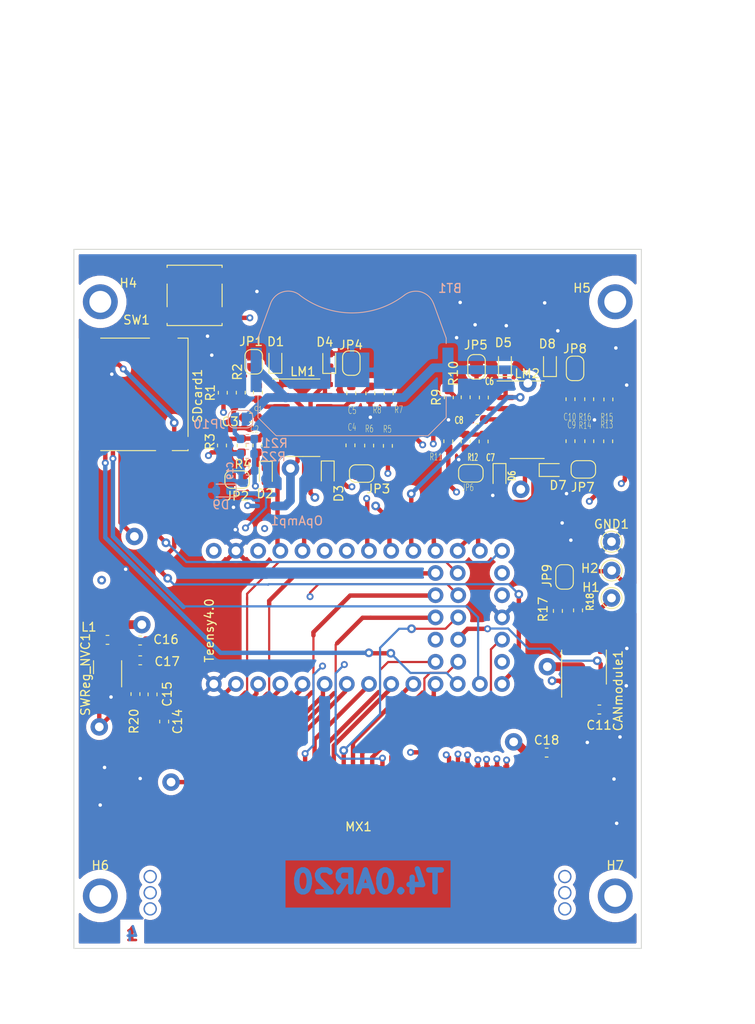
<source format=kicad_pcb>
(kicad_pcb (version 20171130) (host pcbnew "(5.1.4)-1")
  (layers (0 Front_GND signal) (1 Front_2_5V signal) (2 Back_2_3V3 signal) (31 Back_GND signal) (34 B.Paste user) (35 F.Paste user) (36 B.SilkS user) (37 F.SilkS user) (38 B.Mask user) (39 F.Mask user) (44 Edge.Cuts user))
  (net 0 "")
  (net 1 Ground)
  (net 2 VBAT)
  (net 3 ON_OFF)
  (net 4 Vinn_5V)
  (net 5 "13(LED)")
  (net 6 12_MISO)
  (net 7 11_MOSI)
  (net 8 10_CS)
  (net 9 IN1+)
  (net 10 IN2+)
  (net 11 IN3+)
  (net 12 IN4+)
  (net 13 Out1)
  (net 14 Out2)
  (net 15 Out3)
  (net 16 Out4)
  (net 17 12V_IN)
  (net 18 33_MCLK2)
  (net 19 32_OUT1B)
  (net 20 31_CTX3)
  (net 21 30_CRX3)
  (net 22 29_TX7)
  (net 23 28_RX7)
  (net 24 27_A13)
  (net 25 26_A12)
  (net 26 9_OUT1C)
  (net 27 7_RX2_OUT1A)
  (net 28 6_OUT1D)
  (net 29 5_IN2)
  (net 30 4_BCLK2)
  (net 31 3_LRCLK2)
  (net 32 2_OUT2)
  (net 33 1_TX1)
  (net 34 0_RX1)
  (net 35 Sensor_Input_1)
  (net 36 Sensor_Input_2)
  (net 37 Sensor_Input_3)
  (net 38 Sensor_Input_4)
  (net 39 "Net-(CANmodule1-Pad8)")
  (net 40 "Net-(CANmodule1-Pad7)")
  (net 41 "Net-(CANmodule1-Pad6)")
  (net 42 "Net-(L1-Pad1)")
  (net 43 "Net-(C1-Pad2)")
  (net 44 "Net-(C2-Pad2)")
  (net 45 "Net-(C4-Pad2)")
  (net 46 "Net-(C5-Pad2)")
  (net 47 "Net-(C10-Pad2)")
  (net 48 "Net-(C6-Pad2)")
  (net 49 IN5+)
  (net 50 "Net-(C7-Pad2)")
  (net 51 IN6+)
  (net 52 "Net-(C9-Pad2)")
  (net 53 IN7+)
  (net 54 IN8+)
  (net 55 Out5)
  (net 56 Out6)
  (net 57 Out7)
  (net 58 Out8)
  (net 59 "Net-(JP9-Pad1)")
  (net 60 Sensor_Input_5)
  (net 61 Sensor_Input_6)
  (net 62 Sensor_Input_7)
  (net 63 Sensor_Input_8)
  (net 64 3.3V)
  (net 65 "Net-(R20-Pad2)")
  (net 66 IN+)
  (net 67 21_RX5)
  (net 68 20_TX5)
  (net 69 24_TX6_A10)
  (net 70 25_RX6_A11)
  (net 71 8_TX2_IN1)
  (net 72 "Net-(JP10-Pad1)")
  (module TestPoint:TestPoint_THTPad_D2.0mm_Drill1.0mm (layer Front_GND) (at 172.15612 105.39222)
    (fp_text reference H2 (at -2.49682 -0.24892) (layer F.SilkS))
    (fp_text value CANL_out)
    (pad 1 thru_hole circle (at 0.0254 0) (size 2 2) (drill 1) (layers *.Cu *.Mask) (net 41 "Net-(CANmodule1-Pad6)"))
  )
  (module TestPoint:TestPoint_THTPad_D2.0mm_Drill1.0mm (layer Front_GND) (at 172.15612 108.54436)
    (fp_text reference H1 (at -2.35966 -1.22682) (layer F.SilkS))
    (fp_text value CANH_out)
    (pad 1 thru_hole circle (at 0 0) (size 2 2) (drill 1) (layers *.Cu *.Mask) (net 40 "Net-(CANmodule1-Pad7)"))
  )
  (module TestPoint:TestPoint_THTPad_D2.0mm_Drill1.0mm (layer Front_GND) (at 172.15612 102.0953)
    (fp_text reference GND1 (at 0 -1.998) (layer F.SilkS))
    (fp_text value GND)
    (pad 1 thru_hole circle (at 0 0) (size 2 2) (drill 1) (layers *.Cu *.Mask) (net 1 Ground))
  )
  (module Teensy_Footprint_Library:Teensy_40_footprint (layer Front_GND) (at 126.59614 118.38178 90)
    (fp_text reference Teensy4.0 (at 6.12902 -0.51308 90) (layer F.SilkS))
    (fp_text value Teensy_pins)
    (pad 43 thru_hole circle (at 12.7 25.4 90) (size 1.8 1.8) (drill 1) (layers *.Cu *.Mask) (net 70 25_RX6_A11))
    (pad 42 thru_hole circle (at 10.16 25.4 90) (size 1.8 1.8) (drill 1) (layers *.Cu *.Mask) (net 24 27_A13))
    (pad 41 thru_hole circle (at 7.62 25.4 90) (size 1.8 1.8) (drill 1) (layers *.Cu *.Mask) (net 22 29_TX7))
    (pad 40 thru_hole circle (at 5.08 25.4 90) (size 1.8 1.8) (drill 1) (layers *.Cu *.Mask) (net 20 31_CTX3))
    (pad 39 thru_hole circle (at 2.54 25.4 90) (size 1.8 1.8) (drill 1) (layers *.Cu *.Mask) (net 18 33_MCLK2))
    (pad 38 thru_hole circle (at 12.7 27.94 90) (size 1.8 1.8) (drill 1) (layers *.Cu *.Mask) (net 69 24_TX6_A10))
    (pad 37 thru_hole circle (at 10.16 28 90) (size 1.8 1.8) (drill 1) (layers *.Cu *.Mask) (net 25 26_A12))
    (pad 36 thru_hole circle (at 7.62 28 90) (size 1.8 1.8) (drill 1) (layers *.Cu *.Mask) (net 23 28_RX7))
    (pad 35 thru_hole circle (at 5.08 28 90) (size 1.8 1.8) (drill 1) (layers *.Cu *.Mask) (net 21 30_CRX3))
    (pad 34 thru_hole circle (at 2.54 28 90) (size 1.8 1.8) (drill 1) (layers *.Cu *.Mask) (net 19 32_OUT1B))
    (pad 33 thru_hole circle (at 12.7 33.02 90) (size 1.8 1.8) (drill 1) (layers *.Cu *.Mask) (net 3 ON_OFF))
    (pad 32 thru_hole circle (at 10.16 33.02 90) (size 1.8 1.8) (drill 1) (layers *.Cu *.Mask))
    (pad 31 thru_hole circle (at 7.62 33.02 90) (size 1.8 1.8) (drill 1) (layers *.Cu *.Mask) (net 1 Ground))
    (pad 30 thru_hole circle (at 5.08 33.02 90) (size 1.8 1.8) (drill 1) (layers *.Cu *.Mask) (net 64 3.3V))
    (pad 29 thru_hole circle (at 2.54 33.02 90) (size 1.8 1.8) (drill 1) (layers *.Cu *.Mask) (net 2 VBAT))
    (pad 28 thru_hole circle (at 15.24 33.02 90) (size 1.8 1.8) (drill 1) (layers *.Cu *.Mask) (net 5 "13(LED)"))
    (pad 27 thru_hole circle (at 0 33.02 90) (size 1.8 1.8) (drill 1) (layers *.Cu *.Mask) (net 6 12_MISO))
    (pad 26 thru_hole circle (at 15.24 30.48 90) (size 1.8 1.8) (drill 1) (layers *.Cu *.Mask) (net 57 Out7))
    (pad 25 thru_hole circle (at 0 30.48 90) (size 1.8 1.8) (drill 1) (layers *.Cu *.Mask) (net 7 11_MOSI))
    (pad 24 thru_hole circle (at 15.24 27.94 90) (size 1.8 1.8) (drill 1) (layers *.Cu *.Mask) (net 58 Out8))
    (pad 23 thru_hole circle (at 0 27.94 90) (size 1.8 1.8) (drill 1) (layers *.Cu *.Mask) (net 8 10_CS))
    (pad 22 thru_hole circle (at 15.24 25.4 90) (size 1.8 1.8) (drill 1) (layers *.Cu *.Mask) (net 56 Out6))
    (pad 21 thru_hole circle (at 0 25.4 90) (size 1.8 1.8) (drill 1) (layers *.Cu *.Mask) (net 26 9_OUT1C))
    (pad 20 thru_hole circle (at 15.24 22.86 90) (size 1.8 1.8) (drill 1) (layers *.Cu *.Mask) (net 55 Out5))
    (pad 19 thru_hole circle (at 0 22.86 90) (size 1.8 1.8) (drill 1) (layers *.Cu *.Mask) (net 71 8_TX2_IN1))
    (pad 18 thru_hole circle (at 15.24 20.32 90) (size 1.8 1.8) (drill 1) (layers *.Cu *.Mask) (net 16 Out4))
    (pad 17 thru_hole circle (at 0 20.32 90) (size 1.8 1.8) (drill 1) (layers *.Cu *.Mask) (net 27 7_RX2_OUT1A))
    (pad 16 thru_hole circle (at 15.24 17.78 90) (size 1.8 1.8) (drill 1) (layers *.Cu *.Mask) (net 15 Out3))
    (pad 15 thru_hole circle (at 0 17.78 90) (size 1.8 1.8) (drill 1) (layers *.Cu *.Mask) (net 28 6_OUT1D))
    (pad 14 thru_hole circle (at 15.24 15.24 90) (size 1.8 1.8) (drill 1) (layers *.Cu *.Mask) (net 68 20_TX5))
    (pad 13 thru_hole circle (at 0 15.24 90) (size 1.8 1.8) (drill 1) (layers *.Cu *.Mask) (net 29 5_IN2))
    (pad 12 thru_hole circle (at 15.24 12.7 90) (size 1.8 1.8) (drill 1) (layers *.Cu *.Mask) (net 67 21_RX5))
    (pad 11 thru_hole circle (at 0 12.7 90) (size 1.8 1.8) (drill 1) (layers *.Cu *.Mask) (net 30 4_BCLK2))
    (pad 10 thru_hole circle (at 15.24 10.16 90) (size 1.8 1.8) (drill 1) (layers *.Cu *.Mask) (net 13 Out1))
    (pad 9 thru_hole circle (at 0 10.16 90) (size 1.8 1.8) (drill 1) (layers *.Cu *.Mask) (net 31 3_LRCLK2))
    (pad 8 thru_hole circle (at 15.24 7.62 90) (size 1.8 1.8) (drill 1) (layers *.Cu *.Mask) (net 14 Out2))
    (pad 7 thru_hole circle (at 0 7.62 90) (size 1.8 1.8) (drill 1) (layers *.Cu *.Mask) (net 32 2_OUT2))
    (pad 6 thru_hole circle (at 15.24 5.08 90) (size 1.8 1.8) (drill 1) (layers *.Cu *.Mask) (net 64 3.3V))
    (pad 5 thru_hole circle (at 0 5.08 90) (size 1.8 1.8) (drill 1) (layers *.Cu *.Mask) (net 33 1_TX1))
    (pad 4 thru_hole circle (at 15.24 2.54 90) (size 1.8 1.8) (drill 1) (layers *.Cu *.Mask) (net 1 Ground))
    (pad 3 thru_hole circle (at 0 2.54 90) (size 1.8 1.8) (drill 1) (layers *.Cu *.Mask) (net 34 0_RX1))
    (pad 2 thru_hole circle (at 15.24 0 90) (size 1.8 1.8) (drill 1) (layers *.Cu *.Mask) (net 4 Vinn_5V))
    (pad 1 thru_hole circle (at 0 0 90) (size 1.8 1.8) (drill 1) (layers *.Cu *.Mask) (net 1 Ground))
  )
  (module Button_Switch_SMD:SW_SPST_B3S-1000 (layer Front_GND) (at 124.3965 73.91146)
    (fp_text reference SW1 (at -6.64972 2.81178) (layer F.SilkS))
    (fp_text value SW_Push_Dual)
    (pad 2 smd rect (at 3.975 2.25) (size 1.55 1.3) (layers Front_GND F.Paste F.Mask) (net 3 ON_OFF))
    (pad 2 smd rect (at -3.975 2.25) (size 1.55 1.3) (layers Front_GND F.Paste F.Mask) (net 3 ON_OFF))
    (pad 1 smd rect (at 3.975 -2.25) (size 1.55 1.3) (layers Front_GND F.Paste F.Mask) (net 1 Ground))
    (pad 1 smd rect (at -3.975 -2.25) (size 1.55 1.3) (layers Front_GND F.Paste F.Mask) (net 1 Ground))
  )
  (module Teensy_Footprint_Library:Connector_MX34_36pins (layer Front_GND) (at 143.0599 140.65758)
    (fp_text reference MX1 (at 0.11176 -5.93598) (layer F.SilkS))
    (fp_text value MX34_36_pins)
    (pad 110 thru_hole circle (at 23.75 3.46358) (size 1.524 1.524) (drill 1.2) (layers *.Cu *.Mask))
    (pad 80 thru_hole circle (at -23.75 3.46358) (size 1.524 1.524) (drill 1.2) (layers *.Cu *.Mask))
    (pad 100 thru_hole circle (at 23.75 1.61358) (size 1.524 1.524) (drill 1.2) (layers *.Cu *.Mask))
    (pad 70 thru_hole circle (at -23.75 1.61358) (size 1.524 1.524) (drill 1.2) (layers *.Cu *.Mask))
    (pad 90 thru_hole circle (at 23.75 -0.23642) (size 1.524 1.524) (drill 1.2) (layers *.Cu *.Mask))
    (pad 60 thru_hole circle (at -23.75 -0.23642) (size 1.524 1.524) (drill 1.2) (layers *.Cu *.Mask))
    (pad 20 smd rect (at -19.25828 -10.58926) (size 0.7 4.8) (layers Front_GND F.Paste F.Mask) (net 4 Vinn_5V))
    (pad 1 smd rect (at -18.15828 -10.58926) (size 0.7 4.8) (layers Front_GND F.Paste F.Mask) (net 34 0_RX1))
    (pad 22 smd rect (at -17.05828 -10.58926) (size 0.7 4.8) (layers Front_GND F.Paste F.Mask) (net 69 24_TX6_A10))
    (pad 3 smd rect (at -15.95828 -10.58926) (size 0.7 4.8) (layers Front_GND F.Paste F.Mask) (net 33 1_TX1))
    (pad 24 smd rect (at -14.85828 -10.58926) (size 0.7 4.8) (layers Front_GND F.Paste F.Mask) (net 70 25_RX6_A11))
    (pad 5 smd rect (at -13.75828 -10.58926) (size 0.7 4.8) (layers Front_GND F.Paste F.Mask) (net 32 2_OUT2))
    (pad 43 smd rect (at -12.65828 -10.58926) (size 0.7 4.8) (layers Front_GND F.Paste F.Mask) (net 1 Ground))
    (pad 7 smd rect (at -11.55828 -10.58926) (size 0.7 4.8) (layers Front_GND F.Paste F.Mask) (net 31 3_LRCLK2))
    (pad 38 smd rect (at -10.45828 -10.58926) (size 0.7 4.8) (layers Front_GND F.Paste F.Mask) (net 24 27_A13))
    (pad 9 smd rect (at -9.35828 -10.58926) (size 0.7 4.8) (layers Front_GND F.Paste F.Mask) (net 30 4_BCLK2))
    (pad 42 smd rect (at -8.25828 -10.58926) (size 0.7 4.8) (layers Front_GND F.Paste F.Mask) (net 22 29_TX7))
    (pad 11 smd rect (at -7.15828 -10.58926) (size 0.7 4.8) (layers Front_GND F.Paste F.Mask) (net 29 5_IN2))
    (pad 37 smd rect (at -6.05828 -10.58926) (size 0.7 4.8) (layers Front_GND F.Paste F.Mask) (net 67 21_RX5))
    (pad 13 smd rect (at -4.95828 -10.58926) (size 0.7 4.8) (layers Front_GND F.Paste F.Mask) (net 28 6_OUT1D))
    (pad 41 smd rect (at -3.85828 -10.58926) (size 0.7 4.8) (layers Front_GND F.Paste F.Mask) (net 18 33_MCLK2))
    (pad 15 smd rect (at -2.75828 -10.58926) (size 0.7 4.8) (layers Front_GND F.Paste F.Mask) (net 27 7_RX2_OUT1A))
    (pad 36 smd rect (at -1.65828 -10.58926) (size 0.7 4.8) (layers Front_GND F.Paste F.Mask) (net 23 28_RX7))
    (pad 17 smd rect (at -0.55828 -10.58926) (size 0.7 4.8) (layers Front_GND F.Paste F.Mask) (net 71 8_TX2_IN1))
    (pad 40 smd rect (at 0.54172 -10.58926) (size 0.7 4.8) (layers Front_GND F.Paste F.Mask) (net 19 32_OUT1B))
    (pad 19 smd rect (at 1.64172 -10.58926) (size 0.7 4.8) (layers Front_GND F.Paste F.Mask) (net 26 9_OUT1C))
    (pad 39 smd rect (at 2.74172 -10.58926) (size 0.7 4.8) (layers Front_GND F.Paste F.Mask) (net 68 20_TX5))
    (pad 21 smd rect (at 3.84172 -10.58926) (size 0.7 4.8) (layers Front_GND F.Paste F.Mask) (net 64 3.3V))
    (pad 34 smd rect (at 4.94172 -10.58926) (size 0.7 4.8) (layers Front_GND F.Paste F.Mask) (net 1 Ground))
    (pad 35 smd rect (at 6.04172 -10.58926) (size 0.7 4.8) (layers Front_GND F.Paste F.Mask) (net 1 Ground))
    (pad 26 smd rect (at 7.14172 -10.58926) (size 0.7 4.8) (layers Front_GND F.Paste F.Mask) (net 1 Ground))
    (pad 30 smd rect (at 8.24172 -10.58926) (size 0.7 4.8) (layers Front_GND F.Paste F.Mask) (net 1 Ground))
    (pad 44 smd rect (at 9.34172 -10.58926) (size 0.7 4.8) (layers Front_GND F.Paste F.Mask) (net 35 Sensor_Input_1))
    (pad 45 smd rect (at 10.44172 -10.58926) (size 0.7 4.8) (layers Front_GND F.Paste F.Mask) (net 36 Sensor_Input_2))
    (pad 46 smd rect (at 11.54172 -10.58926) (size 0.7 4.8) (layers Front_GND F.Paste F.Mask) (net 37 Sensor_Input_3))
    (pad 47 smd rect (at 12.64172 -10.58926) (size 0.7 4.8) (layers Front_GND F.Paste F.Mask) (net 38 Sensor_Input_4))
    (pad 48 smd rect (at 13.74172 -10.58926) (size 0.7 4.8) (layers Front_GND F.Paste F.Mask) (net 60 Sensor_Input_5))
    (pad 49 smd rect (at 14.84172 -10.58926) (size 0.7 4.8) (layers Front_GND F.Paste F.Mask) (net 61 Sensor_Input_6))
    (pad 50 smd rect (at 15.94172 -10.58926) (size 0.7 4.8) (layers Front_GND F.Paste F.Mask) (net 62 Sensor_Input_7))
    (pad 51 smd rect (at 17.04172 -10.58926) (size 0.7 4.8) (layers Front_GND F.Paste F.Mask) (net 63 Sensor_Input_8))
    (pad GND smd rect (at 18.14172 -10.58926) (size 0.7 4.8) (layers Front_GND F.Paste F.Mask) (net 1 Ground))
    (pad 52 smd rect (at 19.24172 -10.58926) (size 0.7 4.8) (layers Front_GND F.Paste F.Mask) (net 17 12V_IN))
  )
  (module Diode_SMD:D_0603_1608Metric (layer Back_GND) (at 127.66538 96.24568 180)
    (fp_text reference D9 (at 0.25136 -1.62306) (layer B.SilkS) (effects (justify mirror)))
    (fp_text value 3V)
    (pad 2 smd roundrect (at 0.7875 0 180) (size 0.875 0.95) (layers Back_GND B.Paste B.Mask) (net 1 Ground))
    (pad 1 smd roundrect (at -0.7875 0 180) (size 0.875 0.95) (layers Back_GND B.Paste B.Mask) (net 25 26_A12))
  )
  (module Teensy_Footprint_Library:SC−70_NCV20091SQ3T2G (layer Back_GND) (at 140.50764 80.22844)
    (fp_text reference OpAmp1 (at -4.40682 19.47926 180) (layer B.SilkS) (effects (justify mirror)))
    (fp_text value NCV20091SQ3T2G)
    (pad 4 smd rect (at -6.99 16.48) (size 0.5 0.4) (layers Back_GND B.Paste B.Mask) (net 25 26_A12))
    (pad 3 smd rect (at -8.89 16.48) (size 0.5 0.4) (layers Back_GND B.Paste B.Mask) (net 25 26_A12))
    (pad 2 smd rect (at -8.89 17.13) (size 0.5 0.4) (layers Back_GND B.Paste B.Mask) (net 1 Ground))
    (pad 5 smd rect (at -6.99 17.78) (size 0.5 0.4) (layers Back_GND B.Paste B.Mask) (net 4 Vinn_5V))
    (pad 1 smd rect (at -8.89 17.78) (size 0.5 0.4) (layers Back_GND B.Paste B.Mask) (net 66 IN+))
  )
  (module Resistor_SMD:R_0603_1608Metric (layer Back_GND) (at 130.42636 92.0496 180)
    (fp_text reference R22 (at -2.9717 -0.32512) (layer B.SilkS) (effects (justify mirror)))
    (fp_text value ?)
    (pad 2 smd roundrect (at 0.7875 0 180) (size 0.875 0.95) (layers Back_GND B.Paste B.Mask) (net 1 Ground))
    (pad 1 smd roundrect (at -0.7875 0 180) (size 0.875 0.95) (layers Back_GND B.Paste B.Mask) (net 66 IN+))
  )
  (module Resistor_SMD:R_0603_1608Metric (layer Back_GND) (at 130.4418 90.34018)
    (fp_text reference R21 (at 3.17998 0.4953) (layer B.SilkS) (effects (justify mirror)))
    (fp_text value ?)
    (pad 2 smd roundrect (at 0.7875 0) (size 0.875 0.95) (layers Back_GND B.Paste B.Mask) (net 66 IN+))
    (pad 1 smd roundrect (at -0.7875 0) (size 0.875 0.95) (layers Back_GND B.Paste B.Mask) (net 72 "Net-(JP10-Pad1)"))
  )
  (module Jumper:SolderJumper-2_P1.3mm_Open_RoundedPad1.0x1.5mm (layer Back_GND) (at 129.652 88.07704)
    (fp_text reference JP10 (at -3.5687 0.57658) (layer B.SilkS) (effects (justify mirror)))
    (fp_text value SolderJumper_2_Open)
    (pad 2 smd custom (at 0.65 0) (size 1 0.5) (layers Back_GND B.Mask) (net 2 VBAT) (options (clearance outline) (anchor rect)) (primitives (gr_circle (center 0 -0.25) (end 0.5 -0.25) (width 0)) (gr_circle (center 0 0.25) (end 0.5 0.25) (width 0)) (gr_poly (pts (xy 0 0.75) (xy -0.5 0.75) (xy -0.5 -0.75) (xy 0 -0.75)) (width 0))))
    (pad 1 smd custom (at -0.65 0) (size 1 0.5) (layers Back_GND B.Mask) (net 72 "Net-(JP10-Pad1)") (options (clearance outline) (anchor rect)) (primitives (gr_circle (center 0 -0.25) (end 0.5 -0.25) (width 0)) (gr_circle (center 0 0.25) (end 0.5 0.25) (width 0)) (gr_poly (pts (xy 0 0.75) (xy 0.5 0.75) (xy 0.5 -0.75) (xy 0 -0.75)) (width 0))))
  )
  (module Capacitor_SMD:C_0603_1608Metric (layer Back_GND) (at 130.48742 93.9673 180)
    (fp_text reference C19 (at 2.02174 -0.00762 90) (layer B.SilkS) (effects (font (size 0.7 0.7)) (justify mirror)))
    (fp_text value ?)
    (pad 2 smd roundrect (at 0.7875 0 180) (size 0.875 0.95) (layers Back_GND B.Paste B.Mask) (net 1 Ground))
    (pad 1 smd roundrect (at -0.7875 0 180) (size 0.875 0.95) (layers Back_GND B.Paste B.Mask) (net 66 IN+))
  )
  (module Package_SO:SOIC-14_3.9x8.7mm_P1.27mm (layer Front_GND) (at 162.495 88.138)
    (fp_text reference LM2 (at 0 -5.28) (layer F.SilkS))
    (fp_text value LM324DRG3)
    (pad 14 smd roundrect (at 2.475 -3.81) (size 1.95 0.6) (layers Front_GND F.Paste F.Mask) (net 58 Out8))
    (pad 13 smd roundrect (at 2.475 -2.54) (size 1.95 0.6) (layers Front_GND F.Paste F.Mask) (net 58 Out8))
    (pad 12 smd roundrect (at 2.475 -1.27) (size 1.95 0.6) (layers Front_GND F.Paste F.Mask) (net 54 IN8+))
    (pad 11 smd roundrect (at 2.475 0) (size 1.95 0.6) (layers Front_GND F.Paste F.Mask) (net 1 Ground))
    (pad 10 smd roundrect (at 2.475 1.27) (size 1.95 0.6) (layers Front_GND F.Paste F.Mask) (net 53 IN7+))
    (pad 9 smd roundrect (at 2.475 2.54) (size 1.95 0.6) (layers Front_GND F.Paste F.Mask) (net 57 Out7))
    (pad 8 smd roundrect (at 2.475 3.81) (size 1.95 0.6) (layers Front_GND F.Paste F.Mask) (net 57 Out7))
    (pad 7 smd roundrect (at -2.475 3.81) (size 1.95 0.6) (layers Front_GND F.Paste F.Mask) (net 56 Out6))
    (pad 6 smd roundrect (at -2.475 2.54) (size 1.95 0.6) (layers Front_GND F.Paste F.Mask) (net 56 Out6))
    (pad 5 smd roundrect (at -2.475 1.27) (size 1.95 0.6) (layers Front_GND F.Paste F.Mask) (net 51 IN6+))
    (pad 4 smd roundrect (at -2.475 0) (size 1.95 0.6) (layers Front_GND F.Paste F.Mask) (net 4 Vinn_5V))
    (pad 3 smd roundrect (at -2.475 -1.27) (size 1.95 0.6) (layers Front_GND F.Paste F.Mask) (net 49 IN5+))
    (pad 2 smd roundrect (at -2.475 -2.54) (size 1.95 0.6) (layers Front_GND F.Paste F.Mask) (net 55 Out5))
    (pad 1 smd roundrect (at -2.475 -3.81) (size 1.95 0.6) (layers Front_GND F.Paste F.Mask) (net 55 Out5))
  )
  (module Package_DFN_QFN:DFN-8-1EP_3x3mm_P0.65mm_EP1.7x2.05mm (layer Front_GND) (at 114.42954 117.21338 90)
    (fp_text reference SWReg_NVC1 (at -0.07874 -2.53238 90) (layer F.SilkS))
    (fp_text value NCV890430MW50TXG)
    (pad 8 smd roundrect (at 1.45 -0.975 90) (size 0.8 0.3) (layers Front_GND F.Paste F.Mask) (net 42 "Net-(L1-Pad1)"))
    (pad 7 smd roundrect (at 1.45 -0.325 90) (size 0.8 0.3) (layers Front_GND F.Paste F.Mask) (net 1 Ground))
    (pad 6 smd roundrect (at 1.45 0.325 90) (size 0.8 0.3) (layers Front_GND F.Paste F.Mask))
    (pad 5 smd roundrect (at 1.45 0.975 90) (size 0.8 0.3) (layers Front_GND F.Paste F.Mask) (net 4 Vinn_5V))
    (pad 4 smd roundrect (at -1.45 0.975 90) (size 0.8 0.3) (layers Front_GND F.Paste F.Mask) (net 65 "Net-(R20-Pad2)"))
    (pad 3 smd roundrect (at -1.45 0.325 90) (size 0.8 0.3) (layers Front_GND F.Paste F.Mask) (net 1 Ground))
    (pad 2 smd roundrect (at -1.45 -0.325 90) (size 0.8 0.3) (layers Front_GND F.Paste F.Mask))
    (pad 1 smd roundrect (at -1.45 -0.975 90) (size 0.8 0.3) (layers Front_GND F.Paste F.Mask) (net 17 12V_IN))
    (pad 9 smd roundrect (at 0 0 90) (size 1.7 2.05) (layers Front_GND F.Mask) (roundrect_rratio 0.147059) (net 1 Ground))
  )
  (module Connector_Card:microSD_HC_Hirose_DM3D-SF (layer Front_GND) (at 117.86122 85.2364 270)
    (fp_text reference SDcard1 (at 0.1838 -6.8731 90) (layer F.SilkS))
    (fp_text value Micro_SD_Card)
    (pad 10 smd rect (at 5.575 -5.45 270) (size 1 1.55) (layers Front_GND F.Paste F.Mask))
    (pad 11 smd rect (at 5.625 5.225 270) (size 1.5 1.5) (layers Front_GND F.Paste F.Mask))
    (pad 1 smd rect (at 3.175 5.35 270) (size 0.7 1.75) (layers Front_GND F.Paste F.Mask))
    (pad 2 smd rect (at 2.075 5.35 270) (size 0.7 1.75) (layers Front_GND F.Paste F.Mask) (net 8 10_CS))
    (pad 3 smd rect (at 0.975 5.35 270) (size 0.7 1.75) (layers Front_GND F.Paste F.Mask) (net 7 11_MOSI))
    (pad 4 smd rect (at -0.125 5.35 270) (size 0.7 1.75) (layers Front_GND F.Paste F.Mask) (net 64 3.3V))
    (pad 5 smd rect (at -1.225 5.35 270) (size 0.7 1.75) (layers Front_GND F.Paste F.Mask) (net 5 "13(LED)"))
    (pad 6 smd rect (at -2.325 5.35 270) (size 0.7 1.75) (layers Front_GND F.Paste F.Mask) (net 1 Ground))
    (pad 7 smd rect (at -3.425 5.35 270) (size 0.7 1.75) (layers Front_GND F.Paste F.Mask) (net 6 12_MISO))
    (pad 11 smd rect (at 5.975 -3.025 270) (size 0.8 1.4) (layers Front_GND F.Paste F.Mask))
    (pad 9 smd rect (at -5.65 -3.875 270) (size 1.45 1) (layers Front_GND F.Paste F.Mask) (net 1 Ground))
    (pad 11 smd rect (at -5.975 -2.375 270) (size 0.8 1.5) (layers Front_GND F.Paste F.Mask))
    (pad 11 smd rect (at -5.725 5.225 270) (size 1.3 1.5) (layers Front_GND F.Paste F.Mask))
    (pad 8 smd rect (at -4.525 5.35 270) (size 0.7 1.75) (layers Front_GND F.Paste F.Mask))
  )
  (module Resistor_SMD:R_0603_1608Metric (layer Front_GND) (at 117.62486 119.53758 90)
    (fp_text reference R20 (at -3.10886 -0.17018 90) (layer F.SilkS))
    (fp_text value 10k)
    (pad 2 smd roundrect (at 0.7875 0 90) (size 0.875 0.95) (layers Front_GND F.Paste F.Mask) (net 65 "Net-(R20-Pad2)"))
    (pad 1 smd roundrect (at -0.7875 0 90) (size 0.875 0.95) (layers Front_GND F.Paste F.Mask) (net 17 12V_IN))
  )
  (module Resistor_SMD:R_0603_1608Metric_Pad1.05x0.95mm_HandSolder (layer Front_GND) (at 168.32072 109.95536 90)
    (fp_text reference R18 (at 0.96904 1.3716 90) (layer F.SilkS) (effects (font (size 0.8 0.7))))
    (fp_text value 120)
    (pad 2 smd roundrect (at 0.875 0 90) (size 1.05 0.95) (layers Front_GND F.Paste F.Mask) (net 59 "Net-(JP9-Pad1)"))
    (pad 1 smd roundrect (at -0.875 0 90) (size 1.05 0.95) (layers Front_GND F.Paste F.Mask) (net 40 "Net-(CANmodule1-Pad7)"))
  )
  (module Resistor_SMD:R_0603_1608Metric_Pad1.05x0.95mm_HandSolder (layer Front_GND) (at 166.0144 110.0214 270)
    (fp_text reference R17 (at -0.18164 1.7018 90) (layer F.SilkS))
    (fp_text value 60)
    (pad 2 smd roundrect (at 0.875 0 270) (size 1.05 0.95) (layers Front_GND F.Paste F.Mask) (net 39 "Net-(CANmodule1-Pad8)"))
    (pad 1 smd roundrect (at -0.875 0 270) (size 1.05 0.95) (layers Front_GND F.Paste F.Mask) (net 1 Ground))
  )
  (module Resistor_SMD:R_0603_1608Metric (layer Front_GND) (at 169.60088 85.79094 90)
    (fp_text reference R16 (at -2.0448 -0.48006 180) (layer F.SilkS) (effects (font (size 0.8 0.5) (thickness 0.05))))
    (fp_text value 20k)
    (pad 2 smd roundrect (at 0.7875 0 90) (size 0.875 0.95) (layers Front_GND F.Paste F.Mask) (net 1 Ground))
    (pad 1 smd roundrect (at -0.7875 0 90) (size 0.875 0.95) (layers Front_GND F.Paste F.Mask) (net 54 IN8+))
  )
  (module Resistor_SMD:R_0603_1608Metric (layer Front_GND) (at 171.79798 85.814 90)
    (fp_text reference R15 (at -2.0192 -0.17526 180) (layer F.SilkS) (effects (font (size 0.8 0.5) (thickness 0.05))))
    (fp_text value 10k)
    (pad 2 smd roundrect (at 0.7875 0 90) (size 0.875 0.95) (layers Front_GND F.Paste F.Mask) (net 54 IN8+))
    (pad 1 smd roundrect (at -0.7875 0 90) (size 0.875 0.95) (layers Front_GND F.Paste F.Mask) (net 63 Sensor_Input_8))
  )
  (module Resistor_SMD:R_0603_1608Metric (layer Front_GND) (at 169.61104 90.59662 270)
    (fp_text reference R14 (at -1.80838 0.48006 180) (layer F.SilkS) (effects (font (size 0.8 0.5) (thickness 0.05))))
    (fp_text value 20k)
    (pad 2 smd roundrect (at 0.7875 0 270) (size 0.875 0.95) (layers Front_GND F.Paste F.Mask) (net 1 Ground))
    (pad 1 smd roundrect (at -0.7875 0 270) (size 0.875 0.95) (layers Front_GND F.Paste F.Mask) (net 53 IN7+))
  )
  (module Resistor_SMD:R_0603_1608Metric (layer Front_GND) (at 171.77512 90.60698 90)
    (fp_text reference R13 (at 1.88986 -0.1524 180) (layer F.SilkS) (effects (font (size 0.8 0.5) (thickness 0.05))))
    (fp_text value 10k)
    (pad 2 smd roundrect (at 0.7875 0 90) (size 0.875 0.95) (layers Front_GND F.Paste F.Mask) (net 53 IN7+))
    (pad 1 smd roundrect (at -0.7875 0 90) (size 0.875 0.95) (layers Front_GND F.Paste F.Mask) (net 62 Sensor_Input_7))
  )
  (module Resistor_SMD:R_0603_1608Metric (layer Front_GND) (at 155.448 90.6271 270)
    (fp_text reference R12 (at 1.80858 -0.81788 180) (layer F.SilkS) (effects (font (size 0.8 0.4) (thickness 0.1))))
    (fp_text value 20k)
    (pad 2 smd roundrect (at 0.7875 0 270) (size 0.875 0.95) (layers Front_GND F.Paste F.Mask) (net 1 Ground))
    (pad 1 smd roundrect (at -0.7875 0 270) (size 0.875 0.95) (layers Front_GND F.Paste F.Mask) (net 51 IN6+))
  )
  (module Resistor_SMD:R_0603_1608Metric (layer Front_GND) (at 153.46172 90.6019 90)
    (fp_text reference R11 (at -1.78806 -1.41478 180) (layer F.SilkS) (effects (font (size 0.8 0.5) (thickness 0.05))))
    (fp_text value 10k)
    (pad 2 smd roundrect (at 0.7875 0 90) (size 0.875 0.95) (layers Front_GND F.Paste F.Mask) (net 51 IN6+))
    (pad 1 smd roundrect (at -0.7875 0 90) (size 0.875 0.95) (layers Front_GND F.Paste F.Mask) (net 61 Sensor_Input_6))
  )
  (module Resistor_SMD:R_0603_1608Metric (layer Front_GND) (at 155.448 85.5725 90)
    (fp_text reference R10 (at 2.7304 -1.40716 90) (layer F.SilkS))
    (fp_text value 20k)
    (pad 2 smd roundrect (at 0.7875 0 90) (size 0.875 0.95) (layers Front_GND F.Paste F.Mask) (net 1 Ground))
    (pad 1 smd roundrect (at -0.7875 0 90) (size 0.875 0.95) (layers Front_GND F.Paste F.Mask) (net 49 IN5+))
  )
  (module Resistor_SMD:R_0603_1608Metric (layer Front_GND) (at 153.5176 85.5725 90)
    (fp_text reference R9 (at 0 -1.43 90) (layer F.SilkS))
    (fp_text value 10k)
    (pad 2 smd roundrect (at 0.7875 0 90) (size 0.875 0.95) (layers Front_GND F.Paste F.Mask) (net 49 IN5+))
    (pad 1 smd roundrect (at -0.7875 0 90) (size 0.875 0.95) (layers Front_GND F.Paste F.Mask) (net 60 Sensor_Input_5))
  )
  (module Resistor_SMD:R_0603_1608Metric (layer Front_GND) (at 144.53108 85.1153 270)
    (fp_text reference R8 (at 1.90002 -0.77216 180) (layer F.SilkS) (effects (font (size 0.8 0.5) (thickness 0.05))))
    (fp_text value 20k)
    (pad 2 smd roundrect (at 0.7875 0 270) (size 0.875 0.95) (layers Front_GND F.Paste F.Mask) (net 1 Ground))
    (pad 1 smd roundrect (at -0.7875 0 270) (size 0.875 0.95) (layers Front_GND F.Paste F.Mask) (net 12 IN4+))
  )
  (module Resistor_SMD:R_0603_1608Metric (layer Front_GND) (at 146.6342 85.1155 90)
    (fp_text reference R7 (at -1.86426 1.143 180) (layer F.SilkS) (effects (font (size 0.8 0.5) (thickness 0.05))))
    (fp_text value 10k)
    (pad 2 smd roundrect (at 0.7875 0 90) (size 0.875 0.95) (layers Front_GND F.Paste F.Mask) (net 12 IN4+))
    (pad 1 smd roundrect (at -0.7875 0 90) (size 0.875 0.95) (layers Front_GND F.Paste F.Mask) (net 38 Sensor_Input_4))
  )
  (module Resistor_SMD:R_0603_1608Metric (layer Front_GND) (at 144.39138 91.09954 270)
    (fp_text reference R6 (at -1.92014 -0.02286 180) (layer F.SilkS) (effects (font (size 0.8 0.5) (thickness 0.05))))
    (fp_text value 20k)
    (pad 2 smd roundrect (at 0.7875 0 270) (size 0.875 0.95) (layers Front_GND F.Paste F.Mask) (net 1 Ground))
    (pad 1 smd roundrect (at -0.7875 0 270) (size 0.875 0.95) (layers Front_GND F.Paste F.Mask) (net 11 IN3+))
  )
  (module Resistor_SMD:R_0603_1608Metric (layer Front_GND) (at 146.53768 91.13002 90)
    (fp_text reference R5 (at 1.91506 -0.05588 180) (layer F.SilkS) (effects (font (size 0.8 0.5) (thickness 0.05))))
    (fp_text value 10k)
    (pad 2 smd roundrect (at 0.7875 0 90) (size 0.875 0.95) (layers Front_GND F.Paste F.Mask) (net 11 IN3+))
    (pad 1 smd roundrect (at -0.7875 0 90) (size 0.875 0.95) (layers Front_GND F.Paste F.Mask) (net 37 Sensor_Input_3))
  )
  (module Resistor_SMD:R_0603_1608Metric (layer Front_GND) (at 129.78638 91.0843 270)
    (fp_text reference R4 (at 2.15402 -0.15494 180) (layer F.SilkS))
    (fp_text value 20k)
    (pad 2 smd roundrect (at 0.7875 0 270) (size 0.875 0.95) (layers Front_GND F.Paste F.Mask) (net 1 Ground))
    (pad 1 smd roundrect (at -0.7875 0 270) (size 0.875 0.95) (layers Front_GND F.Paste F.Mask) (net 10 IN2+))
  )
  (module Resistor_SMD:R_0603_1608Metric (layer Front_GND) (at 127.5334 91.08684 90)
    (fp_text reference R3 (at 0.42916 -1.36652 90) (layer F.SilkS))
    (fp_text value 10k)
    (pad 2 smd roundrect (at 0.7875 0 90) (size 0.875 0.95) (layers Front_GND F.Paste F.Mask) (net 10 IN2+))
    (pad 1 smd roundrect (at -0.7875 0 90) (size 0.875 0.95) (layers Front_GND F.Paste F.Mask) (net 36 Sensor_Input_2))
  )
  (module Resistor_SMD:R_0603_1608Metric (layer Front_GND) (at 129.68732 85.04184 90)
    (fp_text reference R2 (at 2.36992 -0.381 90) (layer F.SilkS))
    (fp_text value 20k)
    (pad 2 smd roundrect (at 0.7875 0 90) (size 0.875 0.95) (layers Front_GND F.Paste F.Mask) (net 1 Ground))
    (pad 1 smd roundrect (at -0.7875 0 90) (size 0.875 0.95) (layers Front_GND F.Paste F.Mask) (net 9 IN1+))
  )
  (module Resistor_SMD:R_0603_1608Metric (layer Front_GND) (at 127.62738 85.04946 90)
    (fp_text reference R1 (at 0 -1.43 90) (layer F.SilkS))
    (fp_text value 10k)
    (pad 2 smd roundrect (at 0.7875 0 90) (size 0.875 0.95) (layers Front_GND F.Paste F.Mask) (net 9 IN1+))
    (pad 1 smd roundrect (at -0.7875 0 90) (size 0.875 0.95) (layers Front_GND F.Paste F.Mask) (net 35 Sensor_Input_1))
  )
  (module Package_SO:SOIC-14_3.9x8.7mm_P1.27mm (layer Front_GND) (at 136.79782 87.91194)
    (fp_text reference LM1 (at 0 -5.28) (layer F.SilkS))
    (fp_text value LM324DRG3)
    (pad 14 smd roundrect (at 2.475 -3.81) (size 1.95 0.6) (layers Front_GND F.Paste F.Mask) (net 16 Out4))
    (pad 13 smd roundrect (at 2.475 -2.54) (size 1.95 0.6) (layers Front_GND F.Paste F.Mask) (net 16 Out4))
    (pad 12 smd roundrect (at 2.475 -1.27) (size 1.95 0.6) (layers Front_GND F.Paste F.Mask) (net 12 IN4+))
    (pad 11 smd roundrect (at 2.475 0) (size 1.95 0.6) (layers Front_GND F.Paste F.Mask) (net 1 Ground))
    (pad 10 smd roundrect (at 2.475 1.27) (size 1.95 0.6) (layers Front_GND F.Paste F.Mask) (net 11 IN3+))
    (pad 9 smd roundrect (at 2.475 2.54) (size 1.95 0.6) (layers Front_GND F.Paste F.Mask) (net 15 Out3))
    (pad 8 smd roundrect (at 2.475 3.81) (size 1.95 0.6) (layers Front_GND F.Paste F.Mask) (net 15 Out3))
    (pad 7 smd roundrect (at -2.475 3.81) (size 1.95 0.6) (layers Front_GND F.Paste F.Mask) (net 14 Out2))
    (pad 6 smd roundrect (at -2.475 2.54) (size 1.95 0.6) (layers Front_GND F.Paste F.Mask) (net 14 Out2))
    (pad 5 smd roundrect (at -2.475 1.27) (size 1.95 0.6) (layers Front_GND F.Paste F.Mask) (net 10 IN2+))
    (pad 4 smd roundrect (at -2.475 0) (size 1.95 0.6) (layers Front_GND F.Paste F.Mask) (net 4 Vinn_5V))
    (pad 3 smd roundrect (at -2.475 -1.27) (size 1.95 0.6) (layers Front_GND F.Paste F.Mask) (net 9 IN1+))
    (pad 2 smd roundrect (at -2.475 -2.54) (size 1.95 0.6) (layers Front_GND F.Paste F.Mask) (net 13 Out1))
    (pad 1 smd roundrect (at -2.475 -3.81) (size 1.95 0.6) (layers Front_GND F.Paste F.Mask) (net 13 Out1))
  )
  (module Inductor_SMD:L_0603_1608Metric (layer Front_GND) (at 114.41928 113.33226)
    (fp_text reference L1 (at -2.13604 -1.46558) (layer F.SilkS))
    (fp_text value 2.2u)
    (pad 2 smd roundrect (at 0.7875 0) (size 0.875 0.95) (layers Front_GND F.Paste F.Mask) (net 4 Vinn_5V))
    (pad 1 smd roundrect (at -0.7875 0) (size 0.875 0.95) (layers Front_GND F.Paste F.Mask) (net 42 "Net-(L1-Pad1)"))
  )
  (module Jumper:SolderJumper-2_P1.3mm_Open_RoundedPad1.0x1.5mm (layer Front_GND) (at 166.7764 106.1316 90)
    (fp_text reference JP9 (at 0.13232 -2.0066 90) (layer F.SilkS))
    (fp_text value SolderJumper_2_Open)
    (pad 2 smd custom (at 0.65 0 90) (size 1 0.5) (layers Front_GND F.Mask) (net 41 "Net-(CANmodule1-Pad6)") (options (clearance outline) (anchor rect)) (primitives (gr_circle (center 0 0.25) (end 0.5 0.25) (width 0)) (gr_circle (center 0 -0.25) (end 0.5 -0.25) (width 0)) (gr_poly (pts (xy 0 -0.75) (xy -0.5 -0.75) (xy -0.5 0.75) (xy 0 0.75)) (width 0))))
    (pad 1 smd custom (at -0.65 0 90) (size 1 0.5) (layers Front_GND F.Mask) (net 59 "Net-(JP9-Pad1)") (options (clearance outline) (anchor rect)) (primitives (gr_circle (center 0 0.25) (end 0.5 0.25) (width 0)) (gr_circle (center 0 -0.25) (end 0.5 -0.25) (width 0)) (gr_poly (pts (xy 0 -0.75) (xy 0.5 -0.75) (xy 0.5 0.75) (xy 0 0.75)) (width 0))))
  )
  (module Jumper:SolderJumper-2_P1.3mm_Open_RoundedPad1.0x1.5mm (layer Front_GND) (at 167.98036 82.26274 90)
    (fp_text reference JP8 (at 2.24766 -0.00508 180) (layer F.SilkS))
    (fp_text value SJ_Open)
    (pad 2 smd custom (at 0.65 0 90) (size 1 0.5) (layers Front_GND F.Mask) (net 1 Ground) (options (clearance outline) (anchor rect)) (primitives (gr_circle (center 0 0.25) (end 0.5 0.25) (width 0)) (gr_circle (center 0 -0.25) (end 0.5 -0.25) (width 0)) (gr_poly (pts (xy 0 -0.75) (xy -0.5 -0.75) (xy -0.5 0.75) (xy 0 0.75)) (width 0))))
    (pad 1 smd custom (at -0.65 0 90) (size 1 0.5) (layers Front_GND F.Mask) (net 47 "Net-(C10-Pad2)") (options (clearance outline) (anchor rect)) (primitives (gr_circle (center 0 0.25) (end 0.5 0.25) (width 0)) (gr_circle (center 0 -0.25) (end 0.5 -0.25) (width 0)) (gr_poly (pts (xy 0 -0.75) (xy 0.5 -0.75) (xy 0.5 0.75) (xy 0 0.75)) (width 0))))
  )
  (module Jumper:SolderJumper-2_P1.3mm_Open_RoundedPad1.0x1.5mm (layer Front_GND) (at 168.92802 93.82252)
    (fp_text reference JP7 (at -0.06882 2.04216) (layer F.SilkS))
    (fp_text value SJ_Open)
    (pad 2 smd custom (at 0.65 0) (size 1 0.5) (layers Front_GND F.Mask) (net 1 Ground) (options (clearance outline) (anchor rect)) (primitives (gr_circle (center 0 0.25) (end 0.5 0.25) (width 0)) (gr_circle (center 0 -0.25) (end 0.5 -0.25) (width 0)) (gr_poly (pts (xy 0 -0.75) (xy -0.5 -0.75) (xy -0.5 0.75) (xy 0 0.75)) (width 0))))
    (pad 1 smd custom (at -0.65 0) (size 1 0.5) (layers Front_GND F.Mask) (net 52 "Net-(C9-Pad2)") (options (clearance outline) (anchor rect)) (primitives (gr_circle (center 0 0.25) (end 0.5 0.25) (width 0)) (gr_circle (center 0 -0.25) (end 0.5 -0.25) (width 0)) (gr_poly (pts (xy 0 -0.75) (xy 0.5 -0.75) (xy 0.5 0.75) (xy 0 0.75)) (width 0))))
  )
  (module Jumper:SolderJumper-2_P1.3mm_Open_RoundedPad1.0x1.5mm (layer Front_GND) (at 156.04212 94.26956 180)
    (fp_text reference JP6 (at 0.33504 -1.6256) (layer F.SilkS) (effects (font (size 0.8 0.5) (thickness 0.05))))
    (fp_text value SJ_Open)
    (pad 2 smd custom (at 0.65 0 180) (size 1 0.5) (layers Front_GND F.Mask) (net 1 Ground) (options (clearance outline) (anchor rect)) (primitives (gr_circle (center 0 0.25) (end 0.5 0.25) (width 0)) (gr_circle (center 0 -0.25) (end 0.5 -0.25) (width 0)) (gr_poly (pts (xy 0 -0.75) (xy -0.5 -0.75) (xy -0.5 0.75) (xy 0 0.75)) (width 0))))
    (pad 1 smd custom (at -0.65 0 180) (size 1 0.5) (layers Front_GND F.Mask) (net 50 "Net-(C7-Pad2)") (options (clearance outline) (anchor rect)) (primitives (gr_circle (center 0 0.25) (end 0.5 0.25) (width 0)) (gr_circle (center 0 -0.25) (end 0.5 -0.25) (width 0)) (gr_poly (pts (xy 0 -0.75) (xy 0.5 -0.75) (xy 0.5 0.75) (xy 0 0.75)) (width 0))))
  )
  (module Jumper:SolderJumper-2_P1.3mm_Open_RoundedPad1.0x1.5mm (layer Front_GND) (at 156.6926 82.0824 90)
    (fp_text reference JP5 (at 2.49404 -0.08128 180) (layer F.SilkS))
    (fp_text value SJ_Open)
    (pad 2 smd custom (at 0.65 0 90) (size 1 0.5) (layers Front_GND F.Mask) (net 1 Ground) (options (clearance outline) (anchor rect)) (primitives (gr_circle (center 0 0.25) (end 0.5 0.25) (width 0)) (gr_circle (center 0 -0.25) (end 0.5 -0.25) (width 0)) (gr_poly (pts (xy 0 -0.75) (xy -0.5 -0.75) (xy -0.5 0.75) (xy 0 0.75)) (width 0))))
    (pad 1 smd custom (at -0.65 0 90) (size 1 0.5) (layers Front_GND F.Mask) (net 48 "Net-(C6-Pad2)") (options (clearance outline) (anchor rect)) (primitives (gr_circle (center 0 0.25) (end 0.5 0.25) (width 0)) (gr_circle (center 0 -0.25) (end 0.5 -0.25) (width 0)) (gr_poly (pts (xy 0 -0.75) (xy 0.5 -0.75) (xy 0.5 0.75) (xy 0 0.75)) (width 0))))
  )
  (module Jumper:SolderJumper-2_P1.3mm_Open_RoundedPad1.0x1.5mm (layer Front_GND) (at 142.35176 81.65822 90)
    (fp_text reference JP4 (at 2.06478 -0.04064 180) (layer F.SilkS))
    (fp_text value SJ_Open)
    (pad 2 smd custom (at 0.65 0 90) (size 1 0.5) (layers Front_GND F.Mask) (net 1 Ground) (options (clearance outline) (anchor rect)) (primitives (gr_circle (center 0 0.25) (end 0.5 0.25) (width 0)) (gr_circle (center 0 -0.25) (end 0.5 -0.25) (width 0)) (gr_poly (pts (xy 0 -0.75) (xy -0.5 -0.75) (xy -0.5 0.75) (xy 0 0.75)) (width 0))))
    (pad 1 smd custom (at -0.65 0 90) (size 1 0.5) (layers Front_GND F.Mask) (net 46 "Net-(C5-Pad2)") (options (clearance outline) (anchor rect)) (primitives (gr_circle (center 0 0.25) (end 0.5 0.25) (width 0)) (gr_circle (center 0 -0.25) (end 0.5 -0.25) (width 0)) (gr_poly (pts (xy 0 -0.75) (xy 0.5 -0.75) (xy 0.5 0.75) (xy 0 0.75)) (width 0))))
  )
  (module Jumper:SolderJumper-2_P1.3mm_Open_RoundedPad1.0x1.5mm (layer Front_GND) (at 143.53564 94.30004)
    (fp_text reference JP3 (at 1.90984 1.7526) (layer F.SilkS))
    (fp_text value SJ_Open)
    (pad 2 smd custom (at 0.65 0) (size 1 0.5) (layers Front_GND F.Mask) (net 1 Ground) (options (clearance outline) (anchor rect)) (primitives (gr_circle (center 0 0.25) (end 0.5 0.25) (width 0)) (gr_circle (center 0 -0.25) (end 0.5 -0.25) (width 0)) (gr_poly (pts (xy 0 -0.75) (xy -0.5 -0.75) (xy -0.5 0.75) (xy 0 0.75)) (width 0))))
    (pad 1 smd custom (at -0.65 0) (size 1 0.5) (layers Front_GND F.Mask) (net 45 "Net-(C4-Pad2)") (options (clearance outline) (anchor rect)) (primitives (gr_circle (center 0 0.25) (end 0.5 0.25) (width 0)) (gr_circle (center 0 -0.25) (end 0.5 -0.25) (width 0)) (gr_poly (pts (xy 0 -0.75) (xy 0.5 -0.75) (xy 0.5 0.75) (xy 0 0.75)) (width 0))))
  )
  (module Jumper:SolderJumper-2_P1.3mm_Open_RoundedPad1.0x1.5mm (layer Front_GND) (at 129.271 94.98584 180)
    (fp_text reference JP2 (at -0.00992 -1.89484) (layer F.SilkS))
    (fp_text value SJ_Open)
    (pad 2 smd custom (at 0.65 0 180) (size 1 0.5) (layers Front_GND F.Mask) (net 1 Ground) (options (clearance outline) (anchor rect)) (primitives (gr_circle (center 0 0.25) (end 0.5 0.25) (width 0)) (gr_circle (center 0 -0.25) (end 0.5 -0.25) (width 0)) (gr_poly (pts (xy 0 -0.75) (xy -0.5 -0.75) (xy -0.5 0.75) (xy 0 0.75)) (width 0))))
    (pad 1 smd custom (at -0.65 0 180) (size 1 0.5) (layers Front_GND F.Mask) (net 44 "Net-(C2-Pad2)") (options (clearance outline) (anchor rect)) (primitives (gr_circle (center 0 0.25) (end 0.5 0.25) (width 0)) (gr_circle (center 0 -0.25) (end 0.5 -0.25) (width 0)) (gr_poly (pts (xy 0 -0.75) (xy 0.5 -0.75) (xy 0.5 0.75) (xy 0 0.75)) (width 0))))
  )
  (module Jumper:SolderJumper-2_P1.3mm_Open_RoundedPad1.0x1.5mm (layer Front_GND) (at 131.17322 81.5109 90)
    (fp_text reference JP1 (at 2.32894 -0.31242 180) (layer F.SilkS))
    (fp_text value SJ_Open)
    (pad 2 smd custom (at 0.65 0 90) (size 1 0.5) (layers Front_GND F.Mask) (net 1 Ground) (options (clearance outline) (anchor rect)) (primitives (gr_circle (center 0 0.25) (end 0.5 0.25) (width 0)) (gr_circle (center 0 -0.25) (end 0.5 -0.25) (width 0)) (gr_poly (pts (xy 0 -0.75) (xy -0.5 -0.75) (xy -0.5 0.75) (xy 0 0.75)) (width 0))))
    (pad 1 smd custom (at -0.65 0 90) (size 1 0.5) (layers Front_GND F.Mask) (net 43 "Net-(C1-Pad2)") (options (clearance outline) (anchor rect)) (primitives (gr_circle (center 0 0.25) (end 0.5 0.25) (width 0)) (gr_circle (center 0 -0.25) (end 0.5 -0.25) (width 0)) (gr_poly (pts (xy 0 -0.75) (xy 0.5 -0.75) (xy 0.5 0.75) (xy 0 0.75)) (width 0))))
  )
  (module MountingHole:MountingHole_2.5mm_Pad (layer Front_GND) (at 172.58009 142.6436)
    (fp_text reference H7 (at 0 -3.5) (layer F.SilkS))
    (fp_text value MountingHole)
    (pad 1 thru_hole circle (at 0 0) (size 4 4) (drill 2.5) (layers *.Cu *.Mask) (clearance 1))
  )
  (module MountingHole:MountingHole_2.5mm_Pad (layer Front_GND) (at 113.59668 142.6436)
    (fp_text reference H6 (at 0 -3.5) (layer F.SilkS))
    (fp_text value MountingHole)
    (pad 1 thru_hole circle (at 0 0) (size 4 4) (drill 2.5) (layers *.Cu *.Mask) (clearance 1))
  )
  (module MountingHole:MountingHole_2.5mm_Pad (layer Front_GND) (at 172.58009 74.64324)
    (fp_text reference H5 (at -3.80746 -1.56972) (layer F.SilkS))
    (fp_text value MountingHole)
    (pad 1 thru_hole circle (at 0 0) (size 4 4) (drill 2.5) (layers *.Cu *.Mask) (clearance 1))
  )
  (module MountingHole:MountingHole_2.5mm_Pad (layer Front_GND) (at 113.59668 74.64324)
    (fp_text reference H4 (at 3.20548 -2.14376) (layer F.SilkS))
    (fp_text value MountingHole)
    (pad 1 thru_hole circle (at 0 0) (size 4 4) (drill 2.5) (layers *.Cu *.Mask) (clearance 1))
  )
  (module Diode_SMD:D_0603_1608Metric (layer Front_GND) (at 165.10254 81.7119 90)
    (fp_text reference D8 (at 2.25562 -0.30226 180) (layer F.SilkS))
    (fp_text value 3V)
    (pad 2 smd roundrect (at 0.7875 0 90) (size 0.875 0.95) (layers Front_GND F.Paste F.Mask) (net 1 Ground))
    (pad 1 smd roundrect (at -0.7875 0 90) (size 0.875 0.95) (layers Front_GND F.Paste F.Mask) (net 58 Out8))
  )
  (module Diode_SMD:D_0603_1608Metric (layer Front_GND) (at 165.36152 93.89618)
    (fp_text reference D7 (at 0.66812 1.75006) (layer F.SilkS))
    (fp_text value 3V)
    (pad 2 smd roundrect (at 0.7875 0) (size 0.875 0.95) (layers Front_GND F.Paste F.Mask) (net 1 Ground))
    (pad 1 smd roundrect (at -0.7875 0) (size 0.875 0.95) (layers Front_GND F.Paste F.Mask) (net 57 Out7))
  )
  (module Diode_SMD:D_0603_1608Metric (layer Front_GND) (at 159.32404 94.6403 270)
    (fp_text reference D6 (at -0.08118 -1.4224 90) (layer F.SilkS) (effects (font (size 0.8 0.6))))
    (fp_text value 3V)
    (pad 2 smd roundrect (at 0.7875 0 270) (size 0.875 0.95) (layers Front_GND F.Paste F.Mask) (net 1 Ground))
    (pad 1 smd roundrect (at -0.7875 0 270) (size 0.875 0.95) (layers Front_GND F.Paste F.Mask) (net 56 Out6))
  )
  (module Diode_SMD:D_0603_1608Metric (layer Front_GND) (at 159.9438 81.7119 90)
    (fp_text reference D5 (at 2.39278 -0.1778 180) (layer F.SilkS))
    (fp_text value 3V)
    (pad 2 smd roundrect (at 0.7875 0 90) (size 0.875 0.95) (layers Front_GND F.Paste F.Mask) (net 1 Ground))
    (pad 1 smd roundrect (at -0.7875 0 90) (size 0.875 0.95) (layers Front_GND F.Paste F.Mask) (net 55 Out5))
  )
  (module Diode_SMD:D_0603_1608Metric (layer Front_GND) (at 139.82192 81.35376 90)
    (fp_text reference D4 (at 2.10068 -0.508 180) (layer F.SilkS))
    (fp_text value 3V)
    (pad 2 smd roundrect (at 0.7875 0 90) (size 0.875 0.95) (layers Front_GND F.Paste F.Mask) (net 1 Ground))
    (pad 1 smd roundrect (at -0.7875 0 90) (size 0.875 0.95) (layers Front_GND F.Paste F.Mask) (net 16 Out4))
  )
  (module Diode_SMD:D_0603_1608Metric (layer Front_GND) (at 139.64666 94.34566 270)
    (fp_text reference D3 (at 2.24038 -1.26492 90) (layer F.SilkS))
    (fp_text value 3V)
    (pad 2 smd roundrect (at 0.7875 0 270) (size 0.875 0.95) (layers Front_GND F.Paste F.Mask) (net 1 Ground))
    (pad 1 smd roundrect (at -0.7875 0 270) (size 0.875 0.95) (layers Front_GND F.Paste F.Mask) (net 15 Out3))
  )
  (module Diode_SMD:D_0603_1608Metric (layer Front_GND) (at 132.55752 94.39412 270)
    (fp_text reference D2 (at 2.21224 0.08636 180) (layer F.SilkS))
    (fp_text value 3V)
    (pad 2 smd roundrect (at 0.7875 0 270) (size 0.875 0.95) (layers Front_GND F.Paste F.Mask) (net 1 Ground))
    (pad 1 smd roundrect (at -0.7875 0 270) (size 0.875 0.95) (layers Front_GND F.Paste F.Mask) (net 14 Out2))
  )
  (module Diode_SMD:D_0603_1608Metric (layer Front_GND) (at 133.65226 81.33852 90)
    (fp_text reference D1 (at 2.13116 0.02794 180) (layer F.SilkS))
    (fp_text value 3V)
    (pad 2 smd roundrect (at 0.7875 0 90) (size 0.875 0.95) (layers Front_GND F.Paste F.Mask) (net 1 Ground))
    (pad 1 smd roundrect (at -0.7875 0 90) (size 0.875 0.95) (layers Front_GND F.Paste F.Mask) (net 13 Out1))
  )
  (module Package_SO:SOIC-8_3.9x4.9mm_P1.27mm (layer Front_GND) (at 169.00652 116.4463 90)
    (fp_text reference CANmodule1 (at -2.70256 3.90144 90) (layer F.SilkS))
    (fp_text value MCP2551-I-SN)
    (pad 8 smd roundrect (at 2.475 -1.905 90) (size 1.95 0.6) (layers Front_GND F.Paste F.Mask) (net 39 "Net-(CANmodule1-Pad8)"))
    (pad 7 smd roundrect (at 2.475 -0.635 90) (size 1.95 0.6) (layers Front_GND F.Paste F.Mask) (net 40 "Net-(CANmodule1-Pad7)"))
    (pad 6 smd roundrect (at 2.475 0.635 90) (size 1.95 0.6) (layers Front_GND F.Paste F.Mask) (net 41 "Net-(CANmodule1-Pad6)"))
    (pad 5 smd roundrect (at 2.475 1.905 90) (size 1.95 0.6) (layers Front_GND F.Paste F.Mask))
    (pad 4 smd roundrect (at -2.475 1.905 90) (size 1.95 0.6) (layers Front_GND F.Paste F.Mask) (net 21 30_CRX3))
    (pad 3 smd roundrect (at -2.475 0.635 90) (size 1.95 0.6) (layers Front_GND F.Paste F.Mask) (net 4 Vinn_5V))
    (pad 2 smd roundrect (at -2.475 -0.635 90) (size 1.95 0.6) (layers Front_GND F.Paste F.Mask) (net 1 Ground))
    (pad 1 smd roundrect (at -2.475 -1.905 90) (size 1.95 0.6) (layers Front_GND F.Paste F.Mask) (net 20 31_CTX3))
  )
  (module Capacitor_SMD:C_0603_1608Metric (layer Front_GND) (at 164.72418 126.23546)
    (fp_text reference C18 (at 0 -1.43) (layer F.SilkS))
    (fp_text value 10u)
    (pad 2 smd roundrect (at 0.7875 0) (size 0.875 0.95) (layers Front_GND F.Paste F.Mask) (net 1 Ground))
    (pad 1 smd roundrect (at -0.7875 0) (size 0.875 0.95) (layers Front_GND F.Paste F.Mask) (net 17 12V_IN))
  )
  (module Capacitor_SMD:C_0603_1608Metric (layer Front_GND) (at 118.17086 115.67414)
    (fp_text reference C17 (at 3.08366 0.13462) (layer F.SilkS))
    (fp_text value 10u)
    (pad 2 smd roundrect (at 0.7875 0) (size 0.875 0.95) (layers Front_GND F.Paste F.Mask) (net 1 Ground))
    (pad 1 smd roundrect (at -0.7875 0) (size 0.875 0.95) (layers Front_GND F.Paste F.Mask) (net 4 Vinn_5V))
  )
  (module Capacitor_SMD:C_0603_1608Metric (layer Front_GND) (at 118.15328 113.40846)
    (fp_text reference C16 (at 2.96916 -0.11938) (layer F.SilkS))
    (fp_text value 0.1u)
    (pad 2 smd roundrect (at 0.7875 0) (size 0.875 0.95) (layers Front_GND F.Paste F.Mask) (net 1 Ground))
    (pad 1 smd roundrect (at -0.7875 0) (size 0.875 0.95) (layers Front_GND F.Paste F.Mask) (net 4 Vinn_5V))
  )
  (module Capacitor_SMD:C_0603_1608Metric (layer Front_GND) (at 119.58066 119.57314 90)
    (fp_text reference C15 (at 0.03566 1.67386 90) (layer F.SilkS))
    (fp_text value 0.1u)
    (pad 2 smd roundrect (at 0.7875 0 90) (size 0.875 0.95) (layers Front_GND F.Paste F.Mask) (net 1 Ground))
    (pad 1 smd roundrect (at -0.7875 0 90) (size 0.875 0.95) (layers Front_GND F.Paste F.Mask) (net 17 12V_IN))
  )
  (module Capacitor_SMD:C_0603_1608Metric (layer Front_GND) (at 120.90908 122.6819 270)
    (fp_text reference C14 (at -0.01006 -1.53416 90) (layer F.SilkS))
    (fp_text value 10u)
    (pad 2 smd roundrect (at 0.7875 0 270) (size 0.875 0.95) (layers Front_GND F.Paste F.Mask) (net 1 Ground))
    (pad 1 smd roundrect (at -0.7875 0 270) (size 0.875 0.95) (layers Front_GND F.Paste F.Mask) (net 17 12V_IN))
  )
  (module Capacitor_SMD:C_0603_1608Metric (layer Front_GND) (at 170.7641 121.30532)
    (fp_text reference C11 (at -0.03038 1.79324) (layer F.SilkS))
    (fp_text value .1u)
    (pad 2 smd roundrect (at 0.7875 0) (size 0.875 0.95) (layers Front_GND F.Paste F.Mask) (net 1 Ground))
    (pad 1 smd roundrect (at -0.7875 0) (size 0.875 0.95) (layers Front_GND F.Paste F.Mask) (net 4 Vinn_5V))
  )
  (module Capacitor_SMD:C_0603_1608Metric (layer Front_GND) (at 167.45712 85.78606 90)
    (fp_text reference C10 (at -2.0319 -0.0762 180) (layer F.SilkS) (effects (font (size 0.8 0.5) (thickness 0.05))))
    (fp_text value 1.5n)
    (pad 2 smd roundrect (at 0.7875 0 90) (size 0.875 0.95) (layers Front_GND F.Paste F.Mask) (net 47 "Net-(C10-Pad2)"))
    (pad 1 smd roundrect (at -0.7875 0 90) (size 0.875 0.95) (layers Front_GND F.Paste F.Mask) (net 54 IN8+))
  )
  (module Capacitor_SMD:C_0603_1608Metric (layer Front_GND) (at 167.45712 90.59154 270)
    (fp_text reference C9 (at -1.87188 -0.12954 180) (layer F.SilkS) (effects (font (size 0.8 0.5) (thickness 0.05))))
    (fp_text value 1.5n)
    (pad 2 smd roundrect (at 0.7875 0 270) (size 0.875 0.95) (layers Front_GND F.Paste F.Mask) (net 52 "Net-(C9-Pad2)"))
    (pad 1 smd roundrect (at -0.7875 0 270) (size 0.875 0.95) (layers Front_GND F.Paste F.Mask) (net 53 IN7+))
  )
  (module Capacitor_SMD:C_0603_1608Metric (layer Front_GND) (at 156.78912 88.09736)
    (fp_text reference C8 (at -2.10312 0.10668) (layer F.SilkS) (effects (font (size 0.8 0.5) (thickness 0.125))))
    (fp_text value C)
    (pad 2 smd roundrect (at 0.7875 0) (size 0.875 0.95) (layers Front_GND F.Paste F.Mask) (net 4 Vinn_5V))
    (pad 1 smd roundrect (at -0.7875 0) (size 0.875 0.95) (layers Front_GND F.Paste F.Mask) (net 1 Ground))
  )
  (module Capacitor_SMD:C_0603_1608Metric (layer Front_GND) (at 157.5054 90.6271 270)
    (fp_text reference C7 (at 1.84414 -0.7874 180) (layer F.SilkS) (effects (font (size 0.8 0.5) (thickness 0.125))))
    (fp_text value 1.5n)
    (pad 2 smd roundrect (at 0.7875 0 270) (size 0.875 0.95) (layers Front_GND F.Paste F.Mask) (net 50 "Net-(C7-Pad2)"))
    (pad 1 smd roundrect (at -0.7875 0 270) (size 0.875 0.95) (layers Front_GND F.Paste F.Mask) (net 51 IN6+))
  )
  (module Capacitor_SMD:C_0603_1608Metric (layer Front_GND) (at 157.5308 85.598 90)
    (fp_text reference C6 (at 1.84912 0.64516 180) (layer F.SilkS) (effects (font (size 0.8 0.5) (thickness 0.125))))
    (fp_text value 1.5n)
    (pad 2 smd roundrect (at 0.7875 0 90) (size 0.875 0.95) (layers Front_GND F.Paste F.Mask) (net 48 "Net-(C6-Pad2)"))
    (pad 1 smd roundrect (at -0.7875 0 90) (size 0.875 0.95) (layers Front_GND F.Paste F.Mask) (net 49 IN5+))
  )
  (module Capacitor_SMD:C_0603_1608Metric (layer Front_GND) (at 142.34668 85.10768 90)
    (fp_text reference C5 (at -1.97368 0.1016 180) (layer F.SilkS) (effects (font (size 0.8 0.5) (thickness 0.05))))
    (fp_text value 1.5n)
    (pad 2 smd roundrect (at 0.7875 0 90) (size 0.875 0.95) (layers Front_GND F.Paste F.Mask) (net 46 "Net-(C5-Pad2)"))
    (pad 1 smd roundrect (at -0.7875 0 90) (size 0.875 0.95) (layers Front_GND F.Paste F.Mask) (net 12 IN4+))
  )
  (module Capacitor_SMD:C_0603_1608Metric (layer Front_GND) (at 142.2527 91.0716 270)
    (fp_text reference C4 (at -2.07508 -0.18034 180) (layer F.SilkS) (effects (font (size 0.8 0.5) (thickness 0.05))))
    (fp_text value 1.5n)
    (pad 2 smd roundrect (at 0.7875 0 270) (size 0.875 0.95) (layers Front_GND F.Paste F.Mask) (net 45 "Net-(C4-Pad2)"))
    (pad 1 smd roundrect (at -0.7875 0 270) (size 0.875 0.95) (layers Front_GND F.Paste F.Mask) (net 11 IN3+))
  )
  (module Capacitor_SMD:C_0603_1608Metric (layer Front_GND) (at 130.84292 87.8967)
    (fp_text reference C3 (at -2.3748 0.4699) (layer F.SilkS))
    (fp_text value C)
    (pad 2 smd roundrect (at 0.7875 0) (size 0.875 0.95) (layers Front_GND F.Paste F.Mask) (net 4 Vinn_5V))
    (pad 1 smd roundrect (at -0.7875 0) (size 0.875 0.95) (layers Front_GND F.Paste F.Mask) (net 1 Ground))
  )
  (module Capacitor_SMD:C_0603_1608Metric (layer Front_GND) (at 131.5974 91.0843 270)
    (fp_text reference C2 (at -1.8287 0.3302 180) (layer F.SilkS) (effects (font (size 0.8 0.5) (thickness 0.05))))
    (fp_text value 1.5n)
    (pad 2 smd roundrect (at 0.7875 0 270) (size 0.875 0.95) (layers Front_GND F.Paste F.Mask) (net 44 "Net-(C2-Pad2)"))
    (pad 1 smd roundrect (at -0.7875 0 270) (size 0.875 0.95) (layers Front_GND F.Paste F.Mask) (net 10 IN2+))
  )
  (module Capacitor_SMD:C_0603_1608Metric (layer Front_GND) (at 131.64566 85.02406 90)
    (fp_text reference C1 (at -1.84394 0.03302 180) (layer F.SilkS) (effects (font (size 0.5 0.5) (thickness 0.05))))
    (fp_text value 1.5n)
    (pad 2 smd roundrect (at 0.7875 0 90) (size 0.875 0.95) (layers Front_GND F.Paste F.Mask) (net 43 "Net-(C1-Pad2)"))
    (pad 1 smd roundrect (at -0.7875 0 90) (size 0.875 0.95) (layers Front_GND F.Paste F.Mask) (net 9 IN1+))
  )
  (module Battery:BatteryHolder_Keystone_3034_1x20mm (layer Back_GND) (at 142.43558 82.42808)
    (fp_text reference BT1 (at 11.2141 -9.32688) (layer B.SilkS) (effects (justify mirror)))
    (fp_text value "3V cell coin")
    (pad 1 smd rect (at -10.985 0) (size 1.27 5.08) (layers Back_GND B.Paste B.Mask) (net 2 VBAT))
    (pad 1 smd rect (at 10.985 0) (size 1.27 5.08) (layers Back_GND B.Paste B.Mask) (net 2 VBAT))
    (pad 2 smd rect (at 0 0) (size 3.96 3.96) (layers Back_GND B.Paste B.Mask) (net 1 Ground))
  )
  (gr_text 4 (at 117.25 147) (layer Back_GND) (effects (font (size 1.5 1.5) (thickness 0.3)) (justify mirror)))
  (gr_text 1 (at 117.25 147) (layer Front_GND) (effects (font (size 1.5 1.5) (thickness 0.3))))
  (gr_text T4.0AR20 (at 144.26184 141.04112) (layer Back_GND) (effects (font (size 2.5 2.5) (thickness 0.625)) (justify mirror)))
  (gr_line (start 110.56888 68.64324) (end 110.56888 148.64324) (layer Edge.Cuts) (width 0.1))
  (gr_line (start 175.575 68.64324) (end 110.56888 68.64324) (layer Edge.Cuts) (width 0.1))
  (gr_line (start 175.575 148.64324) (end 175.575 68.64324) (layer Edge.Cuts) (width 0.1))
  (gr_line (start 110.56888 148.64324) (end 175.575 148.64324) (layer Edge.Cuts) (width 0.1))
  (via (at 114.82324 119.87276) (size 0.8) (drill 0.4) (layers Front_GND Back_GND) (net 1))
  (segment (start 114.42954 117.21338) (end 114.15007 116.93391) (width 0.5) (layer Front_GND) (net 1))
  (segment (start 114.42954 117.21338) (end 114.75454 117.53838) (width 0.5) (layer Front_GND) (net 1))
  (segment (start 144.41952 85.89518) (end 144.43202 85.88268) (width 0.5) (layer Front_GND) (net 1))
  (via (at 158.55188 96.7994) (size 0.8) (drill 0.4) (layers Front_GND Back_GND) (net 1))
  (via (at 154.65552 92.70492) (size 0.8) (drill 0.4) (layers Front_GND Back_GND) (net 1))
  (segment (start 155.448 91.91244) (end 154.65552 92.70492) (width 0.5) (layer Front_GND) (net 1))
  (segment (start 155.448 91.4146) (end 155.448 91.91244) (width 0.5) (layer Front_GND) (net 1))
  (segment (start 159.32404 96.02724) (end 158.55188 96.7994) (width 0.5) (layer Front_GND) (net 1))
  (segment (start 159.32404 95.4278) (end 159.32404 96.02724) (width 0.5) (layer Front_GND) (net 1))
  (via (at 156.53004 77.27188) (size 0.8) (drill 0.4) (layers Front_GND Back_GND) (net 1))
  (via (at 160.10128 77.37856) (size 0.8) (drill 0.4) (layers Front_GND Back_GND) (net 1))
  (via (at 166.00424 77.96276) (size 0.8) (drill 0.4) (layers Front_GND Back_GND) (net 1))
  (via (at 172.65396 79.92872) (size 0.8) (drill 0.4) (layers Front_GND Back_GND) (net 1))
  (via (at 173.89348 84.1756) (size 0.8) (drill 0.4) (layers Front_GND Back_GND) (net 1))
  (via (at 166.99992 96.5962) (size 0.8) (drill 0.4) (layers Front_GND Back_GND) (net 1))
  (via (at 166.50208 99.95408) (size 0.8) (drill 0.4) (layers Front_GND Back_GND) (net 1))
  (via (at 167.49776 101.92512) (size 0.8) (drill 0.4) (layers Front_GND Back_GND) (net 1))
  (via (at 173.90872 114.31016) (size 0.8) (drill 0.4) (layers Front_GND Back_GND) (net 1))
  (via (at 173.84776 118.58752) (size 0.8) (drill 0.4) (layers Front_GND Back_GND) (net 1))
  (via (at 173.1264 124.44476) (size 0.8) (drill 0.4) (layers Front_GND Back_GND) (net 1))
  (via (at 172.4406 129.2606) (size 0.8) (drill 0.4) (layers Front_GND Back_GND) (net 1))
  (via (at 169.38244 125.0696) (size 0.8) (drill 0.4) (layers Front_GND Back_GND) (net 1))
  (via (at 172.7454 134.32536) (size 0.8) (drill 0.4) (layers Front_GND Back_GND) (net 1))
  (via (at 113.58372 132.23748) (size 0.8) (drill 0.4) (layers Front_GND Back_GND) (net 1))
  (via (at 118.16588 129.19964) (size 0.8) (drill 0.4) (layers Front_GND Back_GND) (net 1))
  (via (at 114.08156 127.93472) (size 0.8) (drill 0.4) (layers Front_GND Back_GND) (net 1))
  (via (at 116.5 105.25) (size 0.8) (drill 0.4) (layers Front_GND Back_GND) (net 1))
  (via (at 125.87732 78.57744) (size 0.8) (drill 0.4) (layers Front_GND Back_GND) (net 1))
  (via (at 126.365 80.75168) (size 0.8) (drill 0.4) (layers Front_GND Back_GND) (net 1))
  (via (at 131.53644 73.46188) (size 0.8) (drill 0.4) (layers Front_GND Back_GND) (net 1))
  (via (at 154.81808 74.71664) (size 0.8) (drill 0.4) (layers Front_GND Back_GND) (net 1))
  (via (at 164.50056 74.76744) (size 0.8) (drill 0.4) (layers Front_GND Back_GND) (net 1))
  (via (at 129.05994 100.72116) (size 0.8) (drill 0.4) (layers Front_GND Back_GND) (net 1))
  (via (at 154.41168 78.75016) (size 0.8) (drill 0.4) (layers Front_GND Back_GND) (net 1))
  (segment (start 154.99588 84.33288) (end 155.448 84.785) (width 0.5) (layer Front_GND) (net 1))
  (segment (start 154.41168 78.75016) (end 154.99588 79.33436) (width 0.5) (layer Front_GND) (net 1))
  (segment (start 154.99588 79.33436) (end 154.99588 84.33288) (width 0.5) (layer Front_GND) (net 1))
  (segment (start 169.60088 82.9818) (end 172.65396 79.92872) (width 0.5) (layer Front_GND) (net 1))
  (segment (start 169.60088 85.00344) (end 169.60088 82.9818) (width 0.5) (layer Front_GND) (net 1))
  (via (at 144.53108 87.8586) (size 0.8) (drill 0.4) (layers Front_GND Back_GND) (net 1))
  (via (at 153.48204 88.15324) (size 0.8) (drill 0.4) (layers Front_GND Back_GND) (net 1))
  (via (at 170.2054 88.15832) (size 0.8) (drill 0.4) (layers Front_GND Back_GND) (net 1))
  (segment (start 124.86836 79.5864) (end 125.87732 78.57744) (width 0.5) (layer Front_GND) (net 1))
  (segment (start 121.73622 79.5864) (end 124.86836 79.5864) (width 0.5) (layer Front_GND) (net 1))
  (via (at 114.91214 82.92846) (size 0.8) (drill 0.4) (layers Front_GND Back_GND) (net 1))
  (segment (start 130.910558 97.151358) (end 129.860952 97.151358) (width 0.25) (layer Back_GND) (net 1))
  (via (at 128.84912 98.16319) (size 0.8) (drill 0.4) (layers Front_GND Back_GND) (net 1))
  (segment (start 129.249119 97.763191) (end 128.84912 98.16319) (width 0.25) (layer Back_GND) (net 1))
  (segment (start 129.860952 97.151358) (end 129.249119 97.763191) (width 0.25) (layer Back_GND) (net 1))
  (segment (start 131.11764 97.35844) (end 130.910558 97.151358) (width 0.25) (layer Back_GND) (net 1))
  (segment (start 131.61764 97.35844) (end 131.11764 97.35844) (width 0.25) (layer Back_GND) (net 1))
  (segment (start 114.75454 119.80406) (end 114.82324 119.87276) (width 0.25) (layer Front_GND) (net 1))
  (segment (start 114.75454 118.66338) (end 114.75454 119.80406) (width 0.25) (layer Front_GND) (net 1))
  (segment (start 114.10454 116.88838) (end 114.42954 117.21338) (width 0.25) (layer Front_GND) (net 1))
  (segment (start 114.10454 115.76338) (end 114.10454 116.88838) (width 0.25) (layer Front_GND) (net 1))
  (segment (start 151.75 82.2) (end 148.34438 85.60562) (width 1) (layer Back_GND) (net 2))
  (segment (start 153.385 82.2) (end 151.75 82.2) (width 1) (layer Back_GND) (net 2))
  (segment (start 148.34438 85.60562) (end 148.34438 85.60562) (width 1) (layer Back_GND) (net 2))
  (segment (start 134.82062 85.60562) (end 131.415 82.2) (width 1) (layer Back_GND) (net 2))
  (segment (start 135.3947 85.60562) (end 134.82062 85.60562) (width 1) (layer Back_GND) (net 2))
  (segment (start 135.88746 85.60562) (end 135.3947 85.60562) (width 1) (layer Back_GND) (net 2))
  (segment (start 148.34438 85.60562) (end 135.88746 85.60562) (width 1) (layer Back_GND) (net 2))
  (via (at 162.57016 83.9724) (size 2) (drill 1) (layers Front_GND Back_GND) (net 2))
  (segment (start 161.570161 82.972401) (end 162.57016 83.9724) (width 1) (layer Back_GND) (net 2))
  (segment (start 153.42058 82.42808) (end 161.02584 82.42808) (width 1) (layer Back_GND) (net 2))
  (segment (start 161.02584 82.42808) (end 161.570161 82.972401) (width 1) (layer Back_GND) (net 2))
  (segment (start 134.82062 85.60562) (end 134.82062 85.6463) (width 1) (layer Back_GND) (net 2))
  (segment (start 132.77342 85.60562) (end 130.302 88.07704) (width 1) (layer Back_GND) (net 2))
  (segment (start 134.82062 85.60562) (end 132.77342 85.60562) (width 1) (layer Back_GND) (net 2))
  (via (at 132.42036 100.58908) (size 0.8) (drill 0.4) (layers Front_GND Back_GND) (net 3))
  (via (at 130.72618 76.4794) (size 0.8) (drill 0.4) (layers Front_GND Back_GND) (net 3))
  (segment (start 128.68944 76.4794) (end 128.3715 76.16146) (width 0.5) (layer Front_GND) (net 3))
  (segment (start 130.72618 76.4794) (end 128.68944 76.4794) (width 0.5) (layer Front_GND) (net 3))
  (segment (start 127.0965 76.16146) (end 120.4215 76.16146) (width 0.5) (layer Front_GND) (net 3))
  (segment (start 128.3715 76.16146) (end 127.0965 76.16146) (width 0.5) (layer Front_GND) (net 3))
  (via (at 121.70156 129.61112) (size 2) (drill 1) (layers Front_GND Back_GND) (net 4))
  (segment (start 123.8258 130.51616) (end 123.84278 130.53314) (width 0.5) (layer Front_GND) (net 4))
  (segment (start 115.40006 113.60682) (end 115.19662 113.40338) (width 0.5) (layer Front_GND) (net 4))
  (segment (start 117.3732 113.40338) (end 117.38844 113.41862) (width 0.5) (layer Front_GND) (net 4))
  (segment (start 115.19662 113.40338) (end 117.3732 113.40338) (width 0.5) (layer Front_GND) (net 4))
  (segment (start 117.38844 115.43772) (end 117.39118 115.44046) (width 0.5) (layer Front_GND) (net 4))
  (segment (start 117.38844 113.41862) (end 117.38844 115.43772) (width 0.5) (layer Front_GND) (net 4))
  (segment (start 115.19662 112.891506) (end 115.19662 113.40338) (width 1) (layer Front_GND) (net 4))
  (via (at 164.8079 116.40002) (size 2) (drill 1) (layers Front_GND Back_GND) (net 4))
  (via (at 118.35384 111.58982) (size 2) (drill 1) (layers Front_GND Back_GND) (net 4))
  (segment (start 169.9766 119.25638) (end 169.64152 118.9213) (width 0.5) (layer Front_GND) (net 4))
  (segment (start 169.9766 121.30532) (end 169.9766 119.25638) (width 0.5) (layer Front_GND) (net 4))
  (segment (start 164.8079 116.40002) (end 168.63502 116.40002) (width 1) (layer Front_GND) (net 4))
  (segment (start 115.20678 113.33226) (end 115.20678 112.37214) (width 1) (layer Front_GND) (net 4))
  (via (at 135.377353 93.70328) (size 2) (drill 1) (layers Front_GND Back_GND) (net 4))
  (segment (start 134.76764 98.00844) (end 133.51764 98.00844) (width 1) (layer Back_GND) (net 4))
  (segment (start 135.377353 97.398727) (end 134.76764 98.00844) (width 1) (layer Back_GND) (net 4))
  (segment (start 135.377353 93.70328) (end 135.377353 97.398727) (width 1) (layer Back_GND) (net 4))
  (segment (start 169.64152 117.40652) (end 169.64152 118.9213) (width 0.5) (layer Front_GND) (net 4))
  (segment (start 168.63502 116.40002) (end 169.64152 117.40652) (width 0.5) (layer Front_GND) (net 4))
  (segment (start 117.29412 115.76338) (end 117.38336 115.67414) (width 0.25) (layer Front_GND) (net 4))
  (segment (start 115.40454 115.76338) (end 117.29412 115.76338) (width 0.25) (layer Front_GND) (net 4))
  (segment (start 134.30758 87.8967) (end 134.32282 87.91194) (width 0.5) (layer Front_GND) (net 4))
  (segment (start 131.63042 87.8967) (end 134.30758 87.8967) (width 0.5) (layer Front_GND) (net 4))
  (segment (start 136.18972 92.890913) (end 135.377353 93.70328) (width 0.5) (layer Front_GND) (net 4))
  (segment (start 136.18972 88.36152) (end 136.18972 92.890913) (width 0.5) (layer Front_GND) (net 4))
  (segment (start 135.7249 87.8967) (end 136.18972 88.36152) (width 0.5) (layer Front_GND) (net 4))
  (segment (start 134.32282 87.91194) (end 135.70966 87.91194) (width 0.5) (layer Front_GND) (net 4))
  (segment (start 135.70966 87.91194) (end 135.7249 87.8967) (width 0.5) (layer Front_GND) (net 4))
  (segment (start 157.61726 88.138) (end 157.57662 88.09736) (width 1) (layer Front_GND) (net 4))
  (via (at 161.764158 96.102679) (size 2) (drill 1) (layers Front_GND Back_GND) (net 4))
  (segment (start 159.97936 88.09736) (end 160.02 88.138) (width 0.5) (layer Front_GND) (net 4))
  (segment (start 157.57662 88.09736) (end 159.97936 88.09736) (width 0.5) (layer Front_GND) (net 4))
  (segment (start 162.23742 95.629417) (end 161.764158 96.102679) (width 0.5) (layer Front_GND) (net 4))
  (segment (start 162.23742 89.28042) (end 162.23742 95.629417) (width 0.5) (layer Front_GND) (net 4))
  (segment (start 160.02 88.138) (end 161.095 88.138) (width 0.5) (layer Front_GND) (net 4))
  (segment (start 161.095 88.138) (end 162.23742 89.28042) (width 0.5) (layer Front_GND) (net 4))
  (segment (start 116.939627 111.58982) (end 118.35384 111.58982) (width 1) (layer Front_GND) (net 4))
  (segment (start 115.20678 112.37214) (end 115.9891 111.58982) (width 1) (layer Front_GND) (net 4))
  (segment (start 115.9891 111.58982) (end 116.939627 111.58982) (width 1) (layer Front_GND) (net 4))
  (segment (start 115.20678 112.3569) (end 115.20678 112.37214) (width 0.5) (layer Front_GND) (net 4))
  (segment (start 123.67768 129.94438) (end 123.80162 130.06832) (width 0.5) (layer Front_GND) (net 4))
  (segment (start 123.34442 129.61112) (end 123.80162 130.06832) (width 0.5) (layer Front_GND) (net 4))
  (segment (start 121.70156 129.61112) (end 123.34442 129.61112) (width 0.5) (layer Front_GND) (net 4))
  (via (at 121.113209 102.22507) (size 1) (drill 0.5) (layers Front_GND Back_GND) (net 5))
  (segment (start 116.7511 97.862961) (end 121.113209 102.22507) (width 0.5) (layer Front_GND) (net 5))
  (segment (start 116.7511 85.3059) (end 116.7511 97.862961) (width 0.5) (layer Front_GND) (net 5))
  (segment (start 112.51122 84.0114) (end 115.4566 84.0114) (width 0.5) (layer Front_GND) (net 5))
  (segment (start 115.4566 84.0114) (end 116.7511 85.3059) (width 0.5) (layer Front_GND) (net 5))
  (segment (start 158.18358 104.41432) (end 159.41548 103.18242) (width 0.25) (layer Back_GND) (net 5))
  (segment (start 157.99562 104.41432) (end 158.18358 104.41432) (width 0.25) (layer Back_GND) (net 5))
  (segment (start 123.447277 104.41686) (end 158.038762 104.41686) (width 0.25) (layer Back_GND) (net 5))
  (segment (start 123.455798 104.408339) (end 123.447277 104.41686) (width 0.25) (layer Back_GND) (net 5))
  (segment (start 121.113209 102.22507) (end 121.27253 102.22507) (width 0.25) (layer Back_GND) (net 5))
  (segment (start 121.27253 102.22507) (end 123.455798 104.408339) (width 0.25) (layer Back_GND) (net 5))
  (via (at 121.31548 106.28884) (size 1) (drill 0.5) (layers Front_GND Back_GND) (net 6))
  (via (at 161.53638 108.11256) (size 1) (drill 0.5) (layers Front_GND Back_GND) (net 6))
  (segment (start 161.53638 108.819666) (end 161.53638 108.11256) (width 0.5) (layer Front_GND) (net 6))
  (segment (start 159.41548 118.42242) (end 161.53638 116.30152) (width 0.5) (layer Front_GND) (net 6))
  (segment (start 161.53638 116.30152) (end 161.53638 108.819666) (width 0.5) (layer Front_GND) (net 6))
  (segment (start 122.063219 102.734601) (end 122.063219 88.484419) (width 0.5) (layer Front_GND) (net 6))
  (segment (start 120.6629 104.13492) (end 122.063219 102.734601) (width 0.5) (layer Front_GND) (net 6))
  (segment (start 121.31548 106.28884) (end 120.6629 105.63626) (width 0.5) (layer Front_GND) (net 6))
  (segment (start 120.6629 105.63626) (end 120.6629 104.13492) (width 0.5) (layer Front_GND) (net 6))
  (via (at 116.22786 82.33156) (size 0.8) (drill 0.4) (layers Front_GND Back_GND) (net 6))
  (segment (start 112.51122 81.8114) (end 115.7077 81.8114) (width 0.5) (layer Front_GND) (net 6))
  (segment (start 115.7077 81.8114) (end 116.22786 82.33156) (width 0.5) (layer Front_GND) (net 6))
  (via (at 122.063219 88.484419) (size 1) (drill 0.5) (layers Front_GND Back_GND) (net 6))
  (segment (start 116.22786 82.33156) (end 122.063219 88.166919) (width 0.5) (layer Back_GND) (net 6))
  (segment (start 122.063219 88.166919) (end 122.063219 88.484419) (width 0.5) (layer Back_GND) (net 6))
  (segment (start 161.036381 107.612561) (end 161.53638 108.11256) (width 0.25) (layer Back_GND) (net 6))
  (segment (start 160.451819 107.027999) (end 161.036381 107.612561) (width 0.25) (layer Back_GND) (net 6))
  (segment (start 160.38576 106.96194) (end 160.451819 107.027999) (width 0.25) (layer Back_GND) (net 6))
  (segment (start 132.819823 107.027999) (end 132.885882 106.96194) (width 0.25) (layer Back_GND) (net 6))
  (segment (start 132.885882 106.96194) (end 160.38576 106.96194) (width 0.25) (layer Back_GND) (net 6))
  (segment (start 121.31548 106.28884) (end 122.01398 106.98734) (width 0.25) (layer Back_GND) (net 6))
  (segment (start 122.01398 106.98734) (end 132.779164 106.98734) (width 0.25) (layer Back_GND) (net 6))
  (segment (start 112.48822 86.20978) (end 114.6781 86.20978) (width 0.5) (layer Front_GND) (net 7))
  (segment (start 115.04168 86.57336) (end 115.04168 92.017315) (width 0.5) (layer Front_GND) (net 7))
  (segment (start 115.04168 92.017315) (end 115.04168 92.583) (width 0.5) (layer Front_GND) (net 7))
  (via (at 115.04168 92.583) (size 0.8) (drill 0.4) (layers Front_GND Back_GND) (net 7))
  (segment (start 114.6781 86.20978) (end 115.04168 86.57336) (width 0.5) (layer Front_GND) (net 7))
  (segment (start 115.04168 93.148685) (end 115.04168 92.583) (width 0.5) (layer Back_GND) (net 7))
  (segment (start 115.04168 101.489624) (end 115.04168 93.148685) (width 0.5) (layer Back_GND) (net 7))
  (segment (start 123.120055 109.567999) (end 115.04168 101.489624) (width 0.5) (layer Back_GND) (net 7))
  (segment (start 156.87548 118.42242) (end 156.87548 110.7694) (width 0.25) (layer Back_GND) (net 7))
  (segment (start 156.87548 110.7694) (end 155.674079 109.567999) (width 0.25) (layer Back_GND) (net 7))
  (segment (start 123.188654 109.4994) (end 123.120055 109.567999) (width 0.25) (layer Back_GND) (net 7))
  (segment (start 155.674079 109.567999) (end 155.60548 109.4994) (width 0.25) (layer Back_GND) (net 7))
  (segment (start 155.60548 109.4994) (end 123.188654 109.4994) (width 0.25) (layer Back_GND) (net 7))
  (segment (start 112.51122 87.3114) (end 113.88622 87.3114) (width 0.5) (layer Front_GND) (net 8))
  (via (at 114.167392 93.088753) (size 0.8) (drill 0.4) (layers Front_GND Back_GND) (net 8))
  (segment (start 114.167392 87.592572) (end 114.167392 92.523068) (width 0.5) (layer Front_GND) (net 8))
  (segment (start 114.167392 92.523068) (end 114.167392 93.088753) (width 0.5) (layer Front_GND) (net 8))
  (segment (start 113.88622 87.3114) (end 114.167392 87.592572) (width 0.5) (layer Front_GND) (net 8))
  (via (at 144.36344 114.815616) (size 1) (drill 0.5) (layers Front_GND Back_GND) (net 8))
  (segment (start 114.167392 93.088753) (end 114.167392 101.614712) (width 0.5) (layer Back_GND) (net 8))
  (segment (start 114.167392 101.614712) (end 127.368296 114.815616) (width 0.5) (layer Back_GND) (net 8))
  (segment (start 143.656334 114.815616) (end 144.36344 114.815616) (width 0.5) (layer Back_GND) (net 8))
  (segment (start 127.368296 114.815616) (end 143.656334 114.815616) (width 0.5) (layer Back_GND) (net 8))
  (via (at 146.876699 114.867621) (size 1) (drill 0.5) (layers Front_GND Back_GND) (net 8))
  (segment (start 144.415445 114.867621) (end 144.36344 114.815616) (width 0.5) (layer Front_GND) (net 8))
  (segment (start 146.876699 114.867621) (end 144.415445 114.867621) (width 0.5) (layer Front_GND) (net 8))
  (segment (start 149.125938 117.11686) (end 146.876699 114.867621) (width 0.25) (layer Back_GND) (net 8))
  (segment (start 154.53614 118.38178) (end 153.27122 117.11686) (width 0.25) (layer Back_GND) (net 8))
  (segment (start 153.27122 117.11686) (end 149.125938 117.11686) (width 0.25) (layer Back_GND) (net 8))
  (segment (start 132.537 86.6394) (end 131.699 85.8014) (width 0.5) (layer Front_GND) (net 9))
  (segment (start 134.3802 86.6394) (end 132.537 86.6394) (width 0.5) (layer Front_GND) (net 9))
  (segment (start 131.699 85.8014) (end 129.8956 85.8014) (width 0.5) (layer Front_GND) (net 9))
  (segment (start 129.8956 85.8014) (end 129.515 85.8014) (width 0.5) (layer Front_GND) (net 9))
  (segment (start 128.03612 84.23636) (end 127.64262 84.23636) (width 0.5) (layer Front_GND) (net 9))
  (segment (start 129.8956 85.8014) (end 129.60116 85.8014) (width 0.5) (layer Front_GND) (net 9))
  (segment (start 129.60116 85.8014) (end 128.03612 84.23636) (width 0.5) (layer Front_GND) (net 9))
  (segment (start 132.7404 89.1794) (end 131.6228 90.297) (width 0.5) (layer Front_GND) (net 10))
  (segment (start 134.3802 89.1794) (end 132.7404 89.1794) (width 0.5) (layer Front_GND) (net 10))
  (segment (start 129.87 90.297) (end 129.8448 90.3222) (width 0.5) (layer Front_GND) (net 10))
  (segment (start 131.6228 90.297) (end 129.87 90.297) (width 0.5) (layer Front_GND) (net 10))
  (segment (start 127.8638 90.3222) (end 127.8382 90.3478) (width 0.5) (layer Front_GND) (net 10))
  (segment (start 129.8448 90.3222) (end 127.8638 90.3222) (width 0.5) (layer Front_GND) (net 10))
  (segment (start 141.1478 89.1794) (end 142.2908 90.3224) (width 0.5) (layer Front_GND) (net 11))
  (segment (start 139.3302 89.1794) (end 141.1478 89.1794) (width 0.5) (layer Front_GND) (net 11))
  (segment (start 144.2212 90.3224) (end 144.2466 90.3478) (width 0.5) (layer Front_GND) (net 11))
  (segment (start 142.2908 90.3224) (end 144.2212 90.3224) (width 0.5) (layer Front_GND) (net 11))
  (segment (start 146.7102 90.3478) (end 146.7104 90.3476) (width 0.5) (layer Front_GND) (net 11))
  (segment (start 144.2466 90.3478) (end 146.7102 90.3478) (width 0.5) (layer Front_GND) (net 11))
  (segment (start 141.60246 86.6394) (end 142.34668 85.89518) (width 0.5) (layer Front_GND) (net 12))
  (segment (start 139.3302 86.6394) (end 141.60246 86.6394) (width 0.5) (layer Front_GND) (net 12))
  (segment (start 146.5617 84.328) (end 146.6342 84.328) (width 0.5) (layer Front_GND) (net 12))
  (segment (start 142.34668 85.89518) (end 142.89278 85.34908) (width 0.5) (layer Front_GND) (net 12))
  (segment (start 143.5098 85.34908) (end 144.53108 84.3278) (width 0.5) (layer Front_GND) (net 12))
  (segment (start 142.89278 85.34908) (end 143.5098 85.34908) (width 0.5) (layer Front_GND) (net 12))
  (segment (start 146.634 84.3278) (end 146.6342 84.328) (width 0.5) (layer Front_GND) (net 12))
  (segment (start 144.53108 84.3278) (end 146.634 84.3278) (width 0.5) (layer Front_GND) (net 12))
  (segment (start 134.32282 85.37194) (end 134.32282 84.10194) (width 0.5) (layer Front_GND) (net 13))
  (segment (start 134.32282 82.79658) (end 133.65226 82.12602) (width 0.5) (layer Front_GND) (net 13))
  (segment (start 134.32282 84.10194) (end 134.32282 82.79658) (width 0.5) (layer Front_GND) (net 13))
  (segment (start 136.947841 102.790059) (end 136.55548 103.18242) (width 0.5) (layer Front_GND) (net 13))
  (segment (start 136.947841 86.921961) (end 136.947841 102.790059) (width 0.5) (layer Front_GND) (net 13))
  (segment (start 134.32282 85.37194) (end 135.39782 85.37194) (width 0.5) (layer Front_GND) (net 13))
  (segment (start 135.39782 85.37194) (end 136.947841 86.921961) (width 0.5) (layer Front_GND) (net 13))
  (segment (start 134.3802 90.4494) (end 134.3802 91.7194) (width 0.5) (layer Front_GND) (net 14))
  (segment (start 132.58292 93.02828) (end 133.8918 91.7194) (width 0.5) (layer Front_GND) (net 14))
  (segment (start 132.58292 93.56578) (end 132.58292 93.02828) (width 0.5) (layer Front_GND) (net 14))
  (segment (start 133.8918 91.7194) (end 134.3802 91.7194) (width 0.5) (layer Front_GND) (net 14))
  (segment (start 133.893898 103.060838) (end 134.01548 103.18242) (width 0.5) (layer Front_GND) (net 14))
  (segment (start 134.3802 91.7194) (end 133.893898 92.205702) (width 0.5) (layer Front_GND) (net 14))
  (segment (start 133.893898 92.205702) (end 133.893898 103.060838) (width 0.5) (layer Front_GND) (net 14))
  (segment (start 139.3302 90.4494) (end 139.3302 91.7194) (width 0.5) (layer Front_GND) (net 15))
  (segment (start 139.3302 93.1783) (end 139.7254 93.5735) (width 0.5) (layer Front_GND) (net 15))
  (segment (start 139.3302 91.7194) (end 139.3302 93.1783) (width 0.5) (layer Front_GND) (net 15))
  (segment (start 139.64666 93.55816) (end 139.64666 93.70822) (width 0.5) (layer Front_GND) (net 15))
  (via (at 142.4178 95.81388) (size 0.8) (drill 0.4) (layers Front_GND Back_GND) (net 15))
  (segment (start 141.90238 95.81388) (end 139.64666 93.55816) (width 0.5) (layer Front_GND) (net 15))
  (segment (start 142.4178 95.81388) (end 141.90238 95.81388) (width 0.5) (layer Front_GND) (net 15))
  (segment (start 144.17548 103.18242) (end 144.17548 97.219388) (width 0.5) (layer Front_GND) (net 15))
  (segment (start 144.17548 97.219388) (end 144.109452 97.15336) (width 0.5) (layer Front_GND) (net 15))
  (via (at 144.109452 97.15336) (size 0.8) (drill 0.4) (layers Front_GND Back_GND) (net 15))
  (segment (start 139.8016 83.628) (end 139.3302 84.0994) (width 0.5) (layer Front_GND) (net 16))
  (segment (start 139.8016 82.4992) (end 139.8016 83.628) (width 0.5) (layer Front_GND) (net 16))
  (segment (start 139.3302 84.0994) (end 139.3302 85.3694) (width 0.5) (layer Front_GND) (net 16))
  (segment (start 145.640729 98.503359) (end 145.14073 98.00336) (width 0.5) (layer Front_GND) (net 16))
  (segment (start 146.72 99.58263) (end 145.640729 98.503359) (width 0.5) (layer Front_GND) (net 16))
  (segment (start 146.72 103.16) (end 146.72 99.58263) (width 0.5) (layer Front_GND) (net 16))
  (via (at 145.14073 98.00336) (size 1) (drill 0.5) (layers Front_GND Back_GND) (net 16))
  (via (at 138.18108 97.03308) (size 1) (drill 0.5) (layers Front_GND Back_GND) (net 16))
  (segment (start 139.3302 84.0994) (end 137.681081 85.748519) (width 0.5) (layer Front_GND) (net 16))
  (segment (start 137.681081 96.533081) (end 138.18108 97.03308) (width 0.5) (layer Front_GND) (net 16))
  (segment (start 137.681081 85.748519) (end 137.681081 96.533081) (width 0.5) (layer Front_GND) (net 16))
  (segment (start 162.3258 126.18826) (end 162.3258 126.18826) (width 1) (layer Front_GND) (net 17))
  (segment (start 117.07886 120.37558) (end 117.07622 120.37294) (width 0.5) (layer Front_GND) (net 17))
  (via (at 160.9471 125.0061) (size 2) (drill 1) (layers Front_GND Back_GND) (net 17))
  (segment (start 161.947099 126.006099) (end 160.9471 125.0061) (width 0.5) (layer Front_GND) (net 17))
  (segment (start 162.15614 126.21514) (end 161.947099 126.006099) (width 0.5) (layer Front_GND) (net 17))
  (segment (start 119.12844 120.37294) (end 119.13108 120.37558) (width 0.5) (layer Front_GND) (net 17))
  (segment (start 117.07622 120.37294) (end 119.12844 120.37294) (width 0.5) (layer Front_GND) (net 17))
  (segment (start 119.5067 120.37558) (end 121.07926 121.94814) (width 0.5) (layer Front_GND) (net 17))
  (segment (start 119.13108 120.37558) (end 119.5067 120.37558) (width 0.5) (layer Front_GND) (net 17))
  (segment (start 160.9471 125.0061) (end 161.14364 125.0061) (width 1) (layer Front_GND) (net 17))
  (segment (start 161.14364 125.0061) (end 162.34278 126.20524) (width 1) (layer Front_GND) (net 17))
  (segment (start 162.373 126.23546) (end 163.93668 126.23546) (width 1) (layer Front_GND) (net 17))
  (segment (start 162.34278 126.20524) (end 162.373 126.23546) (width 1) (layer Front_GND) (net 17))
  (via (at 113.47704 123.2916) (size 2) (drill 1) (layers Front_GND Back_GND) (net 17))
  (segment (start 117.07622 120.37294) (end 116.3957 120.37294) (width 0.5) (layer Front_GND) (net 17))
  (segment (start 114.477039 122.291601) (end 113.47704 123.2916) (width 0.5) (layer Front_GND) (net 17))
  (segment (start 116.3957 120.37294) (end 114.477039 122.291601) (width 0.5) (layer Front_GND) (net 17))
  (segment (start 162.30162 126.2464) (end 162.30162 130.06832) (width 0.5) (layer Front_GND) (net 17))
  (segment (start 162.34278 126.20524) (end 162.30162 126.2464) (width 0.5) (layer Front_GND) (net 17))
  (segment (start 113.47704 123.2916) (end 113.47704 120.27296) (width 0.5) (layer Front_GND) (net 17))
  (segment (start 113.45454 120.25046) (end 113.45454 118.66338) (width 0.25) (layer Front_GND) (net 17))
  (segment (start 113.47704 120.27296) (end 113.45454 120.25046) (width 0.25) (layer Front_GND) (net 17))
  (segment (start 139.2258 125.55904) (end 145.47596 119.30888) (width 0.5) (layer Front_GND) (net 18))
  (segment (start 139.24278 130.53314) (end 139.2258 130.51616) (width 0.5) (layer Front_GND) (net 18))
  (segment (start 139.2258 130.51616) (end 139.2258 125.55904) (width 0.5) (layer Front_GND) (net 18))
  (segment (start 145.6436 116.78412) (end 146.56054 115.86718) (width 0.25) (layer Front_GND) (net 18))
  (segment (start 145.47596 119.30888) (end 145.6436 119.14124) (width 0.25) (layer Front_GND) (net 18))
  (segment (start 145.6436 119.14124) (end 145.6436 116.78412) (width 0.25) (layer Front_GND) (net 18))
  (segment (start 151.78024 115.86718) (end 151.79548 115.88242) (width 0.25) (layer Front_GND) (net 18))
  (segment (start 146.57578 115.88242) (end 146.59102 115.86718) (width 0.25) (layer Front_GND) (net 18))
  (segment (start 146.59102 115.86718) (end 151.78024 115.86718) (width 0.25) (layer Front_GND) (net 18))
  (segment (start 143.64278 130.53314) (end 143.6258 130.51616) (width 0.5) (layer Front_GND) (net 19))
  (segment (start 143.60162 126.27846) (end 143.60162 130.06832) (width 0.5) (layer Front_GND) (net 19))
  (segment (start 150.52294 119.35714) (end 143.60162 126.27846) (width 0.5) (layer Front_GND) (net 19))
  (segment (start 154.39548 115.88242) (end 154.39548 116.34566) (width 0.5) (layer Front_GND) (net 19))
  (segment (start 153.33376 117.10416) (end 154.59614 115.84178) (width 0.25) (layer Front_GND) (net 19))
  (segment (start 151.36876 117.10416) (end 153.33376 117.10416) (width 0.25) (layer Front_GND) (net 19))
  (segment (start 150.72106 117.75186) (end 151.36876 117.10416) (width 0.25) (layer Front_GND) (net 19))
  (segment (start 150.52294 119.35714) (end 150.72106 119.15902) (width 0.25) (layer Front_GND) (net 19))
  (segment (start 150.72106 119.15902) (end 150.72106 117.75186) (width 0.25) (layer Front_GND) (net 19))
  (via (at 165.346956 118.012294) (size 1) (drill 0.5) (layers Front_GND Back_GND) (net 20))
  (segment (start 166.192514 118.012294) (end 167.10152 118.9213) (width 0.5) (layer Front_GND) (net 20))
  (segment (start 165.346956 118.012294) (end 166.192514 118.012294) (width 0.5) (layer Front_GND) (net 20))
  (via (at 170.5229 115.71732) (size 1) (drill 0.5) (layers Front_GND Back_GND) (net 21))
  (segment (start 170.91152 116.10594) (end 170.91152 118.9213) (width 0.5) (layer Front_GND) (net 21))
  (segment (start 170.5229 115.71732) (end 170.91152 116.10594) (width 0.5) (layer Front_GND) (net 21))
  (via (at 157.95498 112.06734) (size 0.8) (drill 0.4) (layers Front_GND Back_GND) (net 21))
  (segment (start 157.96006 112.06226) (end 157.95498 112.06734) (width 0.5) (layer Back_GND) (net 21))
  (segment (start 155.67056 112.06734) (end 154.39548 113.34242) (width 0.5) (layer Front_GND) (net 21))
  (segment (start 157.95498 112.06734) (end 155.67056 112.06734) (width 0.5) (layer Front_GND) (net 21))
  (segment (start 166.41826 115.71732) (end 170.5229 115.71732) (width 0.25) (layer Back_GND) (net 21))
  (segment (start 165.05428 114.35334) (end 166.41826 115.71732) (width 0.25) (layer Back_GND) (net 21))
  (segment (start 162.64128 114.35334) (end 165.05428 114.35334) (width 0.25) (layer Back_GND) (net 21))
  (segment (start 160.3248 112.03686) (end 162.64128 114.35334) (width 0.25) (layer Back_GND) (net 21))
  (segment (start 157.96006 112.06226) (end 157.98546 112.03686) (width 0.25) (layer Back_GND) (net 21))
  (segment (start 157.98546 112.03686) (end 160.3248 112.03686) (width 0.25) (layer Back_GND) (net 21))
  (segment (start 134.84278 130.53314) (end 134.84278 124.96874) (width 0.5) (layer Front_GND) (net 22))
  (segment (start 134.84278 124.96874) (end 140.38072 119.4308) (width 0.5) (layer Front_GND) (net 22))
  (segment (start 144.55394 110.80242) (end 151.79548 110.80242) (width 0.5) (layer Front_GND) (net 22))
  (segment (start 140.72743 113.71707) (end 143.64208 110.80242) (width 0.5) (layer Front_GND) (net 22))
  (segment (start 143.64208 110.80242) (end 144.55394 110.80242) (width 0.5) (layer Front_GND) (net 22))
  (segment (start 140.55852 119.253) (end 140.38072 119.4308) (width 0.25) (layer Front_GND) (net 22))
  (segment (start 140.63091 113.81359) (end 140.55852 113.88598) (width 0.25) (layer Front_GND) (net 22))
  (segment (start 140.55852 113.88598) (end 140.55852 119.253) (width 0.25) (layer Front_GND) (net 22))
  (segment (start 141.48054 129.53352) (end 141.4258 129.58826) (width 0.5) (layer Front_GND) (net 23))
  (via (at 149.2504 112.05972) (size 1) (drill 0.5) (layers Front_GND Back_GND) (net 23))
  (segment (start 153.13818 112.05972) (end 154.39548 110.80242) (width 0.25) (layer Front_GND) (net 23))
  (segment (start 149.2504 112.05972) (end 153.13818 112.05972) (width 0.25) (layer Front_GND) (net 23))
  (segment (start 141.44278 130.53314) (end 141.48054 130.49538) (width 0.5) (layer Front_GND) (net 23))
  (segment (start 141.48054 130.49538) (end 141.48054 126.691056) (width 0.5) (layer Front_GND) (net 23))
  (segment (start 145.478542 121.985948) (end 141.980539 125.483951) (width 0.25) (layer Back_GND) (net 23))
  (via (at 141.48054 125.98395) (size 1) (drill 0.5) (layers Front_GND Back_GND) (net 23))
  (segment (start 141.980539 125.483951) (end 141.48054 125.98395) (width 0.25) (layer Back_GND) (net 23))
  (segment (start 141.48054 126.691056) (end 141.48054 125.98395) (width 0.5) (layer Front_GND) (net 23))
  (segment (start 145.6436 121.82089) (end 145.478542 121.985948) (width 0.25) (layer Back_GND) (net 23))
  (segment (start 145.6436 114.570312) (end 145.6436 121.82089) (width 0.25) (layer Back_GND) (net 23))
  (segment (start 145.6436 114.240196) (end 145.6436 114.6429) (width 0.25) (layer Back_GND) (net 23))
  (segment (start 149.2504 112.05972) (end 147.824076 112.05972) (width 0.25) (layer Back_GND) (net 23))
  (segment (start 147.824076 112.05972) (end 145.6436 114.240196) (width 0.25) (layer Back_GND) (net 23))
  (segment (start 132.6258 124.54412) (end 137.83056 119.33936) (width 0.5) (layer Front_GND) (net 24))
  (segment (start 132.64278 130.53314) (end 132.6258 130.51616) (width 0.5) (layer Front_GND) (net 24))
  (segment (start 132.6258 130.51616) (end 132.6258 124.54412) (width 0.5) (layer Front_GND) (net 24))
  (segment (start 137.83056 119.33936) (end 138.0109 119.15902) (width 0.25) (layer Front_GND) (net 24))
  (segment (start 138.0109 119.15902) (end 138.0109 112.82172) (width 0.25) (layer Front_GND) (net 24))
  (segment (start 142.20952 108.26242) (end 151.79548 108.26242) (width 0.5) (layer Front_GND) (net 24))
  (segment (start 138.0109 112.82172) (end 138.0109 112.46104) (width 0.5) (layer Front_GND) (net 24))
  (segment (start 138.0109 112.46104) (end 142.20952 108.26242) (width 0.5) (layer Front_GND) (net 24))
  (segment (start 132.57324 96.70844) (end 131.61764 96.70844) (width 0.5) (layer Back_GND) (net 25))
  (segment (start 133.51764 96.70844) (end 132.57324 96.70844) (width 0.5) (layer Back_GND) (net 25))
  (segment (start 131.61764 96.70844) (end 131.485547 96.576347) (width 0.5) (layer Back_GND) (net 25))
  (segment (start 129.321047 96.576347) (end 128.99038 96.24568) (width 0.5) (layer Back_GND) (net 25))
  (segment (start 128.99038 96.24568) (end 128.45288 96.24568) (width 0.5) (layer Back_GND) (net 25))
  (segment (start 131.485547 96.576347) (end 129.321047 96.576347) (width 0.5) (layer Back_GND) (net 25))
  (via (at 130.22834 100.52558) (size 0.8) (drill 0.4) (layers Front_GND Back_GND) (net 25))
  (via (at 137.62228 108.38434) (size 0.8) (drill 0.4) (layers Front_GND Back_GND) (net 25))
  (segment (start 130.628339 100.125581) (end 130.22834 100.52558) (width 0.25) (layer Back_GND) (net 25))
  (segment (start 132.57324 98.18068) (end 130.628339 100.125581) (width 0.25) (layer Back_GND) (net 25))
  (segment (start 132.57324 96.70844) (end 132.57324 98.18068) (width 0.25) (layer Back_GND) (net 25))
  (segment (start 153.3363 106.96194) (end 154.59614 108.22178) (width 0.25) (layer Front_GND) (net 25))
  (segment (start 138.58748 106.96194) (end 153.3363 106.96194) (width 0.25) (layer Front_GND) (net 25))
  (segment (start 137.62228 108.38434) (end 137.62228 107.92714) (width 0.25) (layer Front_GND) (net 25))
  (segment (start 137.62228 107.92714) (end 138.58748 106.96194) (width 0.25) (layer Front_GND) (net 25))
  (segment (start 151.8 118.4) (end 151.8 119.0656) (width 0.5) (layer Front_GND) (net 26))
  (segment (start 151.79548 119.728618) (end 151.79548 118.42242) (width 0.5) (layer Front_GND) (net 26))
  (segment (start 145.552828 125.97127) (end 151.79548 119.728618) (width 0.5) (layer Front_GND) (net 26))
  (segment (start 144.74278 130.53314) (end 144.74278 126.781317) (width 0.5) (layer Front_GND) (net 26))
  (segment (start 144.74278 126.781317) (end 145.552828 125.97127) (width 0.5) (layer Front_GND) (net 26))
  (segment (start 146.72 118.4) (end 146.72 118.84208) (width 0.5) (layer Front_GND) (net 27))
  (segment (start 146.71548 119.059322) (end 146.71548 118.42242) (width 0.5) (layer Front_GND) (net 27))
  (segment (start 140.34278 125.432022) (end 146.71548 119.059322) (width 0.5) (layer Front_GND) (net 27))
  (segment (start 140.34278 130.53314) (end 140.34278 125.432022) (width 0.5) (layer Front_GND) (net 27))
  (segment (start 144.18 118.4) (end 144.18 118.89034) (width 0.5) (layer Front_GND) (net 28))
  (segment (start 144.17548 118.700104) (end 144.17548 118.42242) (width 0.5) (layer Front_GND) (net 28))
  (segment (start 138.14278 124.732804) (end 144.17548 118.700104) (width 0.5) (layer Front_GND) (net 28))
  (segment (start 138.14278 130.53314) (end 138.14278 124.732804) (width 0.5) (layer Front_GND) (net 28))
  (segment (start 141.64 118.4) (end 141.64 118.87764) (width 0.5) (layer Front_GND) (net 29))
  (segment (start 141.63548 119.26018) (end 141.63548 118.42242) (width 0.5) (layer Front_GND) (net 29))
  (segment (start 135.94278 124.95288) (end 141.63548 119.26018) (width 0.5) (layer Front_GND) (net 29))
  (segment (start 135.94278 130.53314) (end 135.94278 124.95288) (width 0.5) (layer Front_GND) (net 29))
  (segment (start 139.1 118.4) (end 139.1 118.64142) (width 0.5) (layer Front_GND) (net 30))
  (segment (start 139.09548 119.50005) (end 139.09548 118.42242) (width 0.5) (layer Front_GND) (net 30))
  (segment (start 139.09548 119.726077) (end 139.09548 119.50005) (width 0.5) (layer Front_GND) (net 30))
  (segment (start 133.74278 125.078777) (end 139.09548 119.726077) (width 0.5) (layer Front_GND) (net 30))
  (segment (start 133.74278 130.53314) (end 133.74278 125.078777) (width 0.5) (layer Front_GND) (net 30))
  (segment (start 136.56 118.4) (end 136.56 118.68968) (width 0.5) (layer Front_GND) (net 31))
  (segment (start 136.55548 119.0752) (end 136.55548 118.42242) (width 0.5) (layer Front_GND) (net 31))
  (segment (start 131.54278 130.53314) (end 131.54278 124.0879) (width 0.5) (layer Front_GND) (net 31))
  (segment (start 131.54278 124.0879) (end 136.55548 119.0752) (width 0.5) (layer Front_GND) (net 31))
  (segment (start 134.02 118.4) (end 134.02 118.587443) (width 0.5) (layer Front_GND) (net 32))
  (segment (start 134.01548 119.191402) (end 134.01548 118.42242) (width 0.5) (layer Front_GND) (net 32))
  (segment (start 129.34278 123.864102) (end 134.01548 119.191402) (width 0.5) (layer Front_GND) (net 32))
  (segment (start 129.34278 130.53314) (end 129.34278 123.864102) (width 0.5) (layer Front_GND) (net 32))
  (segment (start 131.48 118.4) (end 131.48 118.65158) (width 0.5) (layer Front_GND) (net 33))
  (segment (start 127.14278 130.53314) (end 127.14278 123.83275) (width 0.5) (layer Front_GND) (net 33))
  (segment (start 131.47548 119.50005) (end 131.47548 118.42242) (width 0.5) (layer Front_GND) (net 33))
  (segment (start 127.14278 123.83275) (end 131.47548 119.50005) (width 0.5) (layer Front_GND) (net 33))
  (segment (start 124.94278 126.70524) (end 124.94278 130.53314) (width 0.5) (layer Front_GND) (net 34))
  (segment (start 124.94278 122.4142) (end 124.94278 126.70524) (width 0.5) (layer Front_GND) (net 34))
  (segment (start 128.93548 118.42242) (end 124.9437 122.4142) (width 0.5) (layer Front_GND) (net 34))
  (segment (start 124.9437 122.4142) (end 124.94278 122.4142) (width 0.5) (layer Front_GND) (net 34))
  (via (at 149.13864 126.20752) (size 0.8) (drill 0.4) (layers Front_GND Back_GND) (net 35))
  (segment (start 151.01716 126.20752) (end 149.13864 126.20752) (width 0.5) (layer Front_GND) (net 35))
  (segment (start 152.44278 130.53314) (end 152.44278 127.63314) (width 0.5) (layer Front_GND) (net 35))
  (segment (start 152.44278 127.63314) (end 151.01716 126.20752) (width 0.5) (layer Front_GND) (net 35))
  (via (at 127.70612 87.2998) (size 0.8) (drill 0.4) (layers Front_GND Back_GND) (net 35))
  (segment (start 127.70612 85.9157) (end 127.62738 85.83696) (width 0.5) (layer Front_GND) (net 35))
  (segment (start 127.70612 87.2998) (end 127.70612 85.9157) (width 0.5) (layer Front_GND) (net 35))
  (via (at 125.984 92.24264) (size 0.8) (drill 0.4) (layers Front_GND Back_GND) (net 36))
  (segment (start 127.5334 91.87434) (end 126.3523 91.87434) (width 0.5) (layer Front_GND) (net 36))
  (segment (start 126.3523 91.87434) (end 125.984 92.24264) (width 0.5) (layer Front_GND) (net 36))
  (via (at 153.22804 126.492) (size 0.8) (drill 0.4) (layers Front_GND Back_GND) (net 36))
  (segment (start 153.54278 126.80674) (end 153.54278 130.53314) (width 0.5) (layer Front_GND) (net 36))
  (segment (start 153.22804 126.492) (end 153.54278 126.80674) (width 0.5) (layer Front_GND) (net 36))
  (via (at 146.53768 94.2848) (size 0.8) (drill 0.4) (layers Front_GND Back_GND) (net 37))
  (segment (start 146.53768 91.91752) (end 146.53768 94.2848) (width 0.5) (layer Front_GND) (net 37))
  (via (at 154.56408 126.40564) (size 0.8) (drill 0.4) (layers Front_GND Back_GND) (net 37))
  (segment (start 154.56408 130.45444) (end 154.64278 130.53314) (width 0.5) (layer Front_GND) (net 37))
  (segment (start 154.56408 126.40564) (end 154.56408 130.45444) (width 0.5) (layer Front_GND) (net 37))
  (segment (start 155.66644 126.492) (end 155.66644 130.4568) (width 0.5) (layer Front_GND) (net 38))
  (segment (start 155.66644 130.4568) (end 155.74278 130.53314) (width 0.5) (layer Front_GND) (net 38))
  (via (at 155.66644 126.492) (size 0.8) (drill 0.4) (layers Front_GND Back_GND) (net 38))
  (segment (start 146.6342 85.903) (end 146.6342 87.12708) (width 0.5) (layer Front_GND) (net 38))
  (segment (start 150.120401 90.613281) (end 150.5204 91.01328) (width 0.5) (layer Front_GND) (net 38))
  (via (at 150.5204 91.01328) (size 0.8) (drill 0.4) (layers Front_GND Back_GND) (net 38))
  (segment (start 146.6342 87.12708) (end 150.120401 90.613281) (width 0.5) (layer Front_GND) (net 38))
  (segment (start 167.10152 113.9713) (end 166.64074 113.9713) (width 0.5) (layer Front_GND) (net 39))
  (segment (start 166.0144 113.34496) (end 166.0144 110.8964) (width 0.5) (layer Front_GND) (net 39))
  (segment (start 166.64074 113.9713) (end 166.0144 113.34496) (width 0.5) (layer Front_GND) (net 39))
  (segment (start 168.365 114.6) (end 168.365 113.525) (width 0.5) (layer Front_GND) (net 40))
  (segment (start 168.32072 113.9205) (end 168.37152 113.9713) (width 0.5) (layer Front_GND) (net 40))
  (segment (start 168.32072 110.83036) (end 168.32072 113.9205) (width 0.5) (layer Front_GND) (net 40))
  (segment (start 169.87012 110.83036) (end 172.15612 108.54436) (width 0.5) (layer Front_GND) (net 40))
  (segment (start 168.32072 110.83036) (end 169.87012 110.83036) (width 0.5) (layer Front_GND) (net 40))
  (segment (start 172.01848 105.4816) (end 172.02912 105.47096) (width 0.5) (layer Front_GND) (net 41))
  (segment (start 171.53176 105.4816) (end 172.05452 106.00436) (width 0.5) (layer Front_GND) (net 41))
  (segment (start 172.09214 105.4816) (end 172.18152 105.39222) (width 0.5) (layer Front_GND) (net 41))
  (segment (start 166.7764 105.4816) (end 172.09214 105.4816) (width 0.5) (layer Front_GND) (net 41))
  (segment (start 169.64152 113.9713) (end 169.64152 112.20196) (width 0.5) (layer Front_GND) (net 41))
  (segment (start 170.52036 111.32312) (end 172.6438 111.32312) (width 0.5) (layer Front_GND) (net 41))
  (segment (start 173.43374 106.64444) (end 172.18152 105.39222) (width 0.5) (layer Front_GND) (net 41))
  (segment (start 169.64152 112.20196) (end 170.52036 111.32312) (width 0.5) (layer Front_GND) (net 41))
  (segment (start 172.6438 111.32312) (end 174.17796 109.78896) (width 0.5) (layer Front_GND) (net 41))
  (segment (start 174.17796 109.78896) (end 174.17796 107.38866) (width 0.5) (layer Front_GND) (net 41))
  (segment (start 174.17796 107.38866) (end 173.43374 106.64444) (width 0.5) (layer Front_GND) (net 41))
  (segment (start 113.45006 113.57494) (end 113.62162 113.40338) (width 0.5) (layer Front_GND) (net 42))
  (segment (start 113.45454 113.5095) (end 113.63178 113.33226) (width 0.25) (layer Front_GND) (net 42))
  (segment (start 113.45454 115.76338) (end 113.45454 113.5095) (width 0.25) (layer Front_GND) (net 42))
  (segment (start 131.1656 83.693) (end 131.699 84.2264) (width 0.5) (layer Front_GND) (net 43))
  (segment (start 131.1656 82.453) (end 131.1656 83.693) (width 0.5) (layer Front_GND) (net 43))
  (segment (start 131.5974 93.30944) (end 129.921 94.98584) (width 0.5) (layer Front_GND) (net 44))
  (segment (start 131.5974 91.8718) (end 131.5974 93.30944) (width 0.5) (layer Front_GND) (net 44))
  (segment (start 142.2908 91.8974) (end 142.60576 92.21236) (width 0.5) (layer Front_GND) (net 45))
  (segment (start 142.60576 92.21236) (end 142.60576 94.02826) (width 0.5) (layer Front_GND) (net 45))
  (segment (start 142.3416 84.15) (end 142.2146 84.277) (width 0.5) (layer Front_GND) (net 46))
  (segment (start 142.3416 82.5396) (end 142.3416 84.15) (width 0.5) (layer Front_GND) (net 46))
  (segment (start 167.98036 84.47532) (end 167.45712 84.99856) (width 0.5) (layer Front_GND) (net 47))
  (segment (start 167.98036 82.91274) (end 167.98036 84.47532) (width 0.5) (layer Front_GND) (net 47))
  (segment (start 156.6926 83.9723) (end 157.5308 84.8105) (width 0.5) (layer Front_GND) (net 48))
  (segment (start 156.6926 82.7324) (end 156.6926 83.9723) (width 0.5) (layer Front_GND) (net 48))
  (segment (start 158.0133 86.868) (end 157.5308 86.3855) (width 0.5) (layer Front_GND) (net 49))
  (segment (start 160.02 86.868) (end 158.0133 86.868) (width 0.5) (layer Front_GND) (net 49))
  (segment (start 155.4735 86.3855) (end 155.448 86.36) (width 0.5) (layer Front_GND) (net 49))
  (segment (start 157.5308 86.3855) (end 155.4735 86.3855) (width 0.5) (layer Front_GND) (net 49))
  (segment (start 155.0926 86.36) (end 153.5176 84.785) (width 0.5) (layer Front_GND) (net 49))
  (segment (start 155.448 86.36) (end 155.0926 86.36) (width 0.5) (layer Front_GND) (net 49))
  (segment (start 157.5054 93.45628) (end 156.69212 94.26956) (width 0.5) (layer Front_GND) (net 50))
  (segment (start 157.5054 91.4146) (end 157.5054 93.45628) (width 0.5) (layer Front_GND) (net 50))
  (segment (start 157.937 89.408) (end 157.5054 89.8396) (width 0.5) (layer Front_GND) (net 51))
  (segment (start 160.02 89.408) (end 157.937 89.408) (width 0.5) (layer Front_GND) (net 51))
  (segment (start 157.5054 89.8396) (end 155.448 89.8396) (width 0.5) (layer Front_GND) (net 51))
  (segment (start 153.48692 89.8396) (end 153.46172 89.8144) (width 0.5) (layer Front_GND) (net 51))
  (segment (start 155.448 89.8396) (end 153.48692 89.8396) (width 0.5) (layer Front_GND) (net 51))
  (segment (start 167.45712 93.00162) (end 168.27802 93.82252) (width 0.5) (layer Front_GND) (net 52))
  (segment (start 167.45712 91.37904) (end 167.45712 93.00162) (width 0.5) (layer Front_GND) (net 52))
  (segment (start 167.06108 89.408) (end 167.45712 89.80404) (width 0.5) (layer Front_GND) (net 53))
  (segment (start 164.97 89.408) (end 167.06108 89.408) (width 0.5) (layer Front_GND) (net 53))
  (segment (start 169.60596 89.80404) (end 169.61104 89.80912) (width 0.5) (layer Front_GND) (net 53))
  (segment (start 167.45712 89.80404) (end 169.60596 89.80404) (width 0.5) (layer Front_GND) (net 53))
  (segment (start 171.76476 89.80912) (end 171.77512 89.81948) (width 0.5) (layer Front_GND) (net 53))
  (segment (start 169.61104 89.80912) (end 171.76476 89.80912) (width 0.5) (layer Front_GND) (net 53))
  (segment (start 167.16268 86.868) (end 167.45712 86.57356) (width 0.5) (layer Front_GND) (net 54))
  (segment (start 164.97 86.868) (end 167.16268 86.868) (width 0.5) (layer Front_GND) (net 54))
  (segment (start 169.596 86.57356) (end 169.60088 86.57844) (width 0.5) (layer Front_GND) (net 54))
  (segment (start 167.45712 86.57356) (end 169.596 86.57356) (width 0.5) (layer Front_GND) (net 54))
  (segment (start 170.24604 86.57844) (end 171.79798 85.0265) (width 0.5) (layer Front_GND) (net 54))
  (segment (start 169.60088 86.57844) (end 170.24604 86.57844) (width 0.5) (layer Front_GND) (net 54))
  (via (at 161.69386 85.57514) (size 1) (drill 0.5) (layers Front_GND Back_GND) (net 55))
  (segment (start 159.9438 84.2518) (end 160.02 84.328) (width 0.5) (layer Front_GND) (net 55))
  (segment (start 159.9438 82.4994) (end 159.9438 84.2518) (width 0.5) (layer Front_GND) (net 55))
  (segment (start 160.02 84.328) (end 160.02 85.598) (width 0.5) (layer Front_GND) (net 55))
  (segment (start 160.04286 85.57514) (end 160.02 85.598) (width 0.5) (layer Front_GND) (net 55))
  (segment (start 161.69386 85.57514) (end 160.04286 85.57514) (width 0.5) (layer Front_GND) (net 55))
  (via (at 149.216446 96.618126) (size 1) (drill 0.5) (layers Front_GND Back_GND) (net 55))
  (segment (start 160.259432 85.57514) (end 149.716445 96.118127) (width 0.5) (layer Back_GND) (net 55))
  (segment (start 149.716445 96.118127) (end 149.216446 96.618126) (width 0.5) (layer Back_GND) (net 55))
  (segment (start 161.69386 85.57514) (end 160.259432 85.57514) (width 0.5) (layer Back_GND) (net 55))
  (segment (start 149.216446 97.325232) (end 149.216446 96.618126) (width 0.5) (layer Front_GND) (net 55))
  (segment (start 149.216446 103.116446) (end 149.216446 97.325232) (width 0.5) (layer Front_GND) (net 55))
  (segment (start 149.26 103.16) (end 149.216446 103.116446) (width 0.5) (layer Front_GND) (net 55))
  (segment (start 159.32404 92.64396) (end 160.02 91.948) (width 0.5) (layer Front_GND) (net 56))
  (segment (start 159.32404 93.8528) (end 159.32404 92.64396) (width 0.5) (layer Front_GND) (net 56))
  (segment (start 160.02 91.948) (end 160.02 90.678) (width 0.5) (layer Front_GND) (net 56))
  (segment (start 155.42748 97.74936) (end 159.32404 93.8528) (width 0.5) (layer Front_GND) (net 56))
  (segment (start 153.28646 97.74936) (end 155.42748 97.74936) (width 0.5) (layer Front_GND) (net 56))
  (segment (start 151.79802 99.2378) (end 153.28646 97.74936) (width 0.5) (layer Front_GND) (net 56))
  (segment (start 151.79802 102.08039) (end 151.79802 99.2378) (width 0.5) (layer Front_GND) (net 56))
  (segment (start 151.8 103.16) (end 151.8 102.08237) (width 0.5) (layer Front_GND) (net 56))
  (segment (start 151.8 102.08237) (end 151.79802 102.08039) (width 0.5) (layer Front_GND) (net 56))
  (segment (start 164.4 93.7118) (end 164.6174 93.9292) (width 0.5) (layer Front_GND) (net 57))
  (segment (start 164.57402 92.34398) (end 164.97 91.948) (width 0.5) (layer Front_GND) (net 57))
  (segment (start 164.57402 93.89618) (end 164.57402 92.34398) (width 0.5) (layer Front_GND) (net 57))
  (segment (start 164.97 91.948) (end 164.97 90.678) (width 0.5) (layer Front_GND) (net 57))
  (segment (start 164.57402 96.70562) (end 164.57402 93.89618) (width 0.5) (layer Front_GND) (net 57))
  (segment (start 163.02695 98.25269) (end 164.57402 96.70562) (width 0.5) (layer Front_GND) (net 57))
  (segment (start 160.255172 98.25269) (end 163.02695 98.25269) (width 0.5) (layer Front_GND) (net 57))
  (segment (start 156.87548 103.18242) (end 156.87548 101.632382) (width 0.5) (layer Front_GND) (net 57))
  (segment (start 156.87548 101.632382) (end 160.255172 98.25269) (width 0.5) (layer Front_GND) (net 57))
  (segment (start 165.10254 84.19546) (end 164.97 84.328) (width 0.5) (layer Front_GND) (net 58))
  (segment (start 165.10254 82.4994) (end 165.10254 84.19546) (width 0.5) (layer Front_GND) (net 58))
  (segment (start 164.97 84.328) (end 164.97 85.598) (width 0.5) (layer Front_GND) (net 58))
  (segment (start 159.96522 97.55268) (end 162.56364 97.55268) (width 0.5) (layer Front_GND) (net 58))
  (segment (start 154.33548 103.18242) (end 159.96522 97.55268) (width 0.5) (layer Front_GND) (net 58))
  (segment (start 163.895 85.598) (end 164.97 85.598) (width 0.5) (layer Front_GND) (net 58))
  (segment (start 163.214159 86.278841) (end 163.895 85.598) (width 0.5) (layer Front_GND) (net 58))
  (segment (start 163.214159 96.902161) (end 163.214159 86.278841) (width 0.5) (layer Front_GND) (net 58))
  (segment (start 162.56364 97.55268) (end 163.214159 96.902161) (width 0.5) (layer Front_GND) (net 58))
  (segment (start 166.7764 107.53604) (end 168.32072 109.08036) (width 0.5) (layer Front_GND) (net 59))
  (segment (start 166.7764 106.7816) (end 166.7764 107.53604) (width 0.5) (layer Front_GND) (net 59))
  (via (at 156.845 127.0508) (size 0.8) (drill 0.4) (layers Front_GND Back_GND) (net 60))
  (segment (start 156.84278 130.53314) (end 156.84278 127.05302) (width 0.5) (layer Front_GND) (net 60))
  (segment (start 156.84278 127.05302) (end 156.845 127.0508) (width 0.5) (layer Front_GND) (net 60))
  (via (at 151.7396 90.90152) (size 0.8) (drill 0.4) (layers Front_GND Back_GND) (net 60))
  (segment (start 151.7396 88.138) (end 153.5176 86.36) (width 0.5) (layer Front_GND) (net 60))
  (segment (start 151.7396 90.90152) (end 151.7396 88.138) (width 0.5) (layer Front_GND) (net 60))
  (via (at 154.39644 96.41332) (size 0.8) (drill 0.4) (layers Front_GND Back_GND) (net 61))
  (segment (start 153.46172 91.3894) (end 153.46172 95.4786) (width 0.5) (layer Front_GND) (net 61))
  (segment (start 153.46172 95.4786) (end 154.39644 96.41332) (width 0.5) (layer Front_GND) (net 61))
  (via (at 157.843504 126.996088) (size 0.8) (drill 0.4) (layers Front_GND Back_GND) (net 61))
  (segment (start 157.843504 130.433864) (end 157.94278 130.53314) (width 0.5) (layer Front_GND) (net 61))
  (segment (start 157.843504 126.996088) (end 157.843504 130.433864) (width 0.5) (layer Front_GND) (net 61))
  (via (at 159.02432 126.9492) (size 0.8) (drill 0.4) (layers Front_GND Back_GND) (net 62))
  (segment (start 159.04278 130.53314) (end 159.04278 126.96766) (width 0.5) (layer Front_GND) (net 62))
  (segment (start 159.04278 126.96766) (end 159.02432 126.9492) (width 0.5) (layer Front_GND) (net 62))
  (via (at 169.6212 97.47504) (size 0.8) (drill 0.4) (layers Front_GND Back_GND) (net 62))
  (segment (start 171.77512 95.32112) (end 171.77512 91.39448) (width 0.5) (layer Front_GND) (net 62))
  (segment (start 169.6212 97.47504) (end 171.77512 95.32112) (width 0.5) (layer Front_GND) (net 62))
  (via (at 160.13684 127.08636) (size 0.8) (drill 0.4) (layers Front_GND Back_GND) (net 63))
  (segment (start 160.14278 130.53314) (end 160.14278 127.0923) (width 0.5) (layer Front_GND) (net 63))
  (segment (start 160.14278 127.0923) (end 160.13684 127.08636) (width 0.5) (layer Front_GND) (net 63))
  (via (at 173.28388 95.43796) (size 0.8) (drill 0.4) (layers Front_GND Back_GND) (net 63))
  (segment (start 172.259592 87.063112) (end 171.79798 86.6015) (width 0.5) (layer Front_GND) (net 63))
  (segment (start 173.683879 88.487399) (end 172.259592 87.063112) (width 0.5) (layer Front_GND) (net 63))
  (segment (start 173.683879 95.037961) (end 173.683879 88.487399) (width 0.5) (layer Front_GND) (net 63))
  (segment (start 173.28388 95.43796) (end 173.683879 95.037961) (width 0.5) (layer Front_GND) (net 63))
  (segment (start 146.94278 126.67128) (end 146.94278 130.53314) (width 0.5) (layer Front_GND) (net 64))
  (segment (start 151.8871 121.72696) (end 146.94278 126.67128) (width 0.5) (layer Front_GND) (net 64))
  (segment (start 158.207999 120.450899) (end 156.931938 121.72696) (width 0.5) (layer Front_GND) (net 64))
  (segment (start 156.931938 121.72696) (end 151.8871 121.72696) (width 0.5) (layer Front_GND) (net 64))
  (via (at 113.75 106.5) (size 1) (drill 0.5) (layers Front_GND Back_GND) (net 64))
  (segment (start 114.616604 85.10978) (end 112.48822 85.10978) (width 0.5) (layer Front_GND) (net 64))
  (segment (start 115.91544 86.408616) (end 114.616604 85.10978) (width 0.5) (layer Front_GND) (net 64))
  (segment (start 115.91544 99.78456) (end 115.91544 86.408616) (width 0.5) (layer Front_GND) (net 64))
  (segment (start 115.91544 99.91544) (end 117.5 101.5) (width 0.5) (layer Front_GND) (net 64))
  (segment (start 115.91544 99.78456) (end 115.91544 99.91544) (width 0.5) (layer Front_GND) (net 64))
  (segment (start 117.5 101.5) (end 117.5 101.5) (width 0.5) (layer Front_GND) (net 64))
  (via (at 117.5 101.5) (size 2) (drill 1) (layers Front_GND Back_GND) (net 64))
  (segment (start 158.3436 120.315298) (end 158.207999 120.450899) (width 0.25) (layer Front_GND) (net 64))
  (segment (start 158.3436 119.144302) (end 158.3436 120.315298) (width 0.25) (layer Front_GND) (net 64))
  (segment (start 158.3436 118.91264) (end 158.3436 119.144302) (width 0.25) (layer Front_GND) (net 64))
  (segment (start 158.3436 114.4143) (end 159.41548 113.34242) (width 0.25) (layer Front_GND) (net 64))
  (segment (start 158.3436 114.4143) (end 158.3436 119.144302) (width 0.25) (layer Front_GND) (net 64))
  (segment (start 158.49219 114.26571) (end 158.3436 114.4143) (width 0.25) (layer Front_GND) (net 64))
  (segment (start 117.53816 118.66338) (end 117.62486 118.75008) (width 0.25) (layer Front_GND) (net 65))
  (segment (start 115.40454 118.66338) (end 117.53816 118.66338) (width 0.25) (layer Front_GND) (net 65))
  (via (at 131.364007 95.726343) (size 0.8) (drill 0.4) (layers Front_GND Back_GND) (net 66))
  (via (at 130.47218 97.96272) (size 0.8) (drill 0.4) (layers Front_GND Back_GND) (net 66))
  (segment (start 130.5179 98.00844) (end 130.47218 97.96272) (width 0.5) (layer Back_GND) (net 66))
  (segment (start 131.61764 98.00844) (end 130.5179 98.00844) (width 0.5) (layer Back_GND) (net 66))
  (segment (start 131.2293 92.03416) (end 131.21386 92.0496) (width 0.5) (layer Back_GND) (net 66))
  (segment (start 131.2293 90.34018) (end 131.2293 92.03416) (width 0.5) (layer Back_GND) (net 66))
  (segment (start 131.21386 93.90624) (end 131.27492 93.9673) (width 0.5) (layer Back_GND) (net 66))
  (segment (start 131.21386 92.0496) (end 131.21386 93.90624) (width 0.5) (layer Back_GND) (net 66))
  (segment (start 131.27492 95.637256) (end 131.364007 95.726343) (width 0.5) (layer Back_GND) (net 66))
  (segment (start 131.27492 93.9673) (end 131.27492 95.637256) (width 0.5) (layer Back_GND) (net 66))
  (via (at 139.0523 116.32946) (size 0.8) (drill 0.4) (layers Front_GND Back_GND) (net 67))
  (via (at 137.0584 126.34722) (size 0.8) (drill 0.4) (layers Front_GND Back_GND) (net 67))
  (segment (start 137.83056 125.57506) (end 137.0584 126.34722) (width 0.25) (layer Back_GND) (net 67))
  (segment (start 137.0584 130.01154) (end 137.00162 130.06832) (width 0.5) (layer Front_GND) (net 67))
  (segment (start 137.0584 126.34722) (end 137.0584 130.01154) (width 0.5) (layer Front_GND) (net 67))
  (segment (start 138.01344 125.39218) (end 137.83056 125.57506) (width 0.25) (layer Back_GND) (net 67))
  (segment (start 138.621821 116.729459) (end 138.01344 117.33784) (width 0.25) (layer Back_GND) (net 67))
  (segment (start 138.01344 117.33784) (end 138.01344 125.39218) (width 0.25) (layer Back_GND) (net 67))
  (segment (start 138.652301 116.729459) (end 139.0523 116.32946) (width 0.25) (layer Back_GND) (net 67))
  (segment (start 138.621821 116.729459) (end 138.652301 116.729459) (width 0.25) (layer Back_GND) (net 67))
  (via (at 141.55166 116.15674) (size 0.8) (drill 0.4) (layers Front_GND Back_GND) (net 68))
  (via (at 145.91792 126.86792) (size 0.8) (drill 0.4) (layers Front_GND Back_GND) (net 68))
  (segment (start 145.91792 129.95202) (end 145.80162 130.06832) (width 0.5) (layer Front_GND) (net 68))
  (segment (start 145.91792 126.86792) (end 145.91792 129.95202) (width 0.5) (layer Front_GND) (net 68))
  (segment (start 141.55166 116.15674) (end 141.151661 116.556739) (width 0.25) (layer Back_GND) (net 68))
  (segment (start 141.151661 116.559279) (end 140.55598 117.15496) (width 0.25) (layer Back_GND) (net 68))
  (segment (start 140.55598 117.15496) (end 140.55598 126.321782) (width 0.25) (layer Back_GND) (net 68))
  (segment (start 145.85188 126.93396) (end 145.91792 126.86792) (width 0.5) (layer Back_GND) (net 68))
  (segment (start 141.17066 126.93396) (end 145.85188 126.93396) (width 0.25) (layer Back_GND) (net 68))
  (segment (start 140.55852 126.32182) (end 141.17066 126.93396) (width 0.25) (layer Back_GND) (net 68))
  (segment (start 126.00162 123.57878) (end 126.00162 130.06832) (width 0.5) (layer Front_GND) (net 69))
  (segment (start 130.21564 119.36476) (end 126.00162 123.57878) (width 0.5) (layer Front_GND) (net 69))
  (segment (start 130.41376 119.16664) (end 130.21564 119.36476) (width 0.25) (layer Front_GND) (net 69))
  (segment (start 130.41376 108.712) (end 130.41376 119.16664) (width 0.25) (layer Front_GND) (net 69))
  (segment (start 130.41376 108.45038) (end 130.41376 108.712) (width 0.25) (layer Front_GND) (net 69))
  (segment (start 153.19248 104.41432) (end 134.05358 104.41432) (width 0.25) (layer Front_GND) (net 69))
  (segment (start 154.53614 105.68178) (end 154.45994 105.68178) (width 0.25) (layer Front_GND) (net 69))
  (segment (start 154.45994 105.68178) (end 153.19248 104.41432) (width 0.25) (layer Front_GND) (net 69))
  (segment (start 130.41376 108.05668) (end 130.41376 108.712) (width 0.25) (layer Front_GND) (net 69))
  (segment (start 133.979901 104.490539) (end 130.41376 108.05668) (width 0.25) (layer Front_GND) (net 69))
  (segment (start 128.24278 130.53314) (end 128.24278 123.97414) (width 0.5) (layer Front_GND) (net 70))
  (segment (start 128.24278 123.97414) (end 132.715 119.50192) (width 0.5) (layer Front_GND) (net 70))
  (segment (start 132.74548 119.4308) (end 132.94106 119.23522) (width 0.25) (layer Front_GND) (net 70))
  (segment (start 132.94106 119.23522) (end 132.94106 109.25302) (width 0.25) (layer Front_GND) (net 70))
  (segment (start 136.0805 105.72242) (end 151.79548 105.72242) (width 0.5) (layer Front_GND) (net 70))
  (segment (start 132.94106 109.3851) (end 132.94106 108.86186) (width 0.5) (layer Front_GND) (net 70))
  (segment (start 132.94106 108.86186) (end 136.0805 105.72242) (width 0.5) (layer Front_GND) (net 70))
  (segment (start 142.54278 125.15118) (end 142.54278 130.53314) (width 0.5) (layer Front_GND) (net 71))
  (segment (start 142.54278 125.11722) (end 142.54278 125.15118) (width 0.5) (layer Front_GND) (net 71))
  (segment (start 142.54278 125.13512) (end 149.25548 118.42242) (width 0.5) (layer Front_GND) (net 71))
  (segment (start 142.54278 125.15118) (end 142.54278 125.13512) (width 0.5) (layer Front_GND) (net 71))
  (segment (start 129.83464 90.15984) (end 129.6543 90.34018) (width 0.5) (layer Back_GND) (net 72))
  (segment (start 129.29386 89.97974) (end 129.6543 90.34018) (width 0.5) (layer Back_GND) (net 72))
  (segment (start 129.002 89.68788) (end 129.6543 90.34018) (width 0.5) (layer Back_GND) (net 72))
  (segment (start 129.002 88.07704) (end 129.002 89.68788) (width 0.5) (layer Back_GND) (net 72))
  (zone (net 1) (net_name Ground) (layer Front_GND) (connect_pads (clearance 0.508)) (min_thickness 0.254) (fill yes (arc_segments 32) (thermal_gap 0.508) (thermal_bridge_width 0.508))
    (polygon (pts (xy 106.825994 50.645796) (xy 107.52074 149.94128) (xy 178.8795 149.94128) (xy 177.153514 50.536576) (xy 106.859014 50.661036)))
  )
  (zone (net 1) (net_name Ground) (layer Back_GND) (connect_pads (clearance 0.508)) (min_thickness 0.254) (fill yes (arc_segments 32) (thermal_gap 0.508) (thermal_bridge_width 0.508))
    (polygon (pts (xy 103.45166 65.5193) (xy 102.10546 157.32252) (xy 188.60262 156.74594) (xy 186.28741 40.10533) (xy 103.25227 44.14139)))
  )
)
</source>
